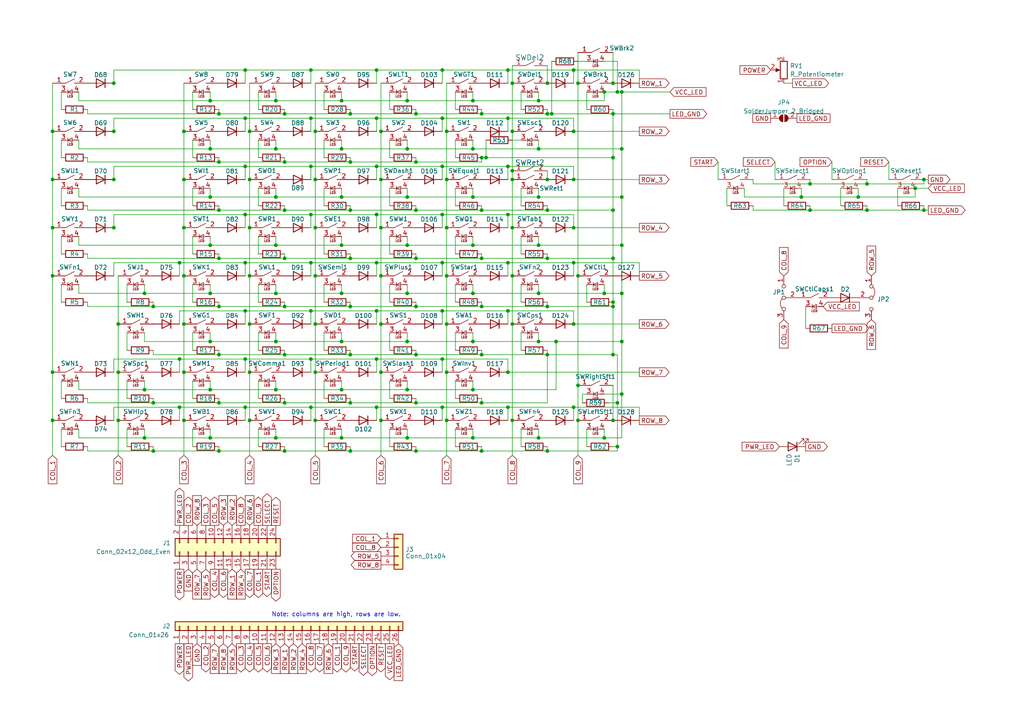
<source format=kicad_sch>
(kicad_sch (version 20230121) (generator eeschema)
  (paper "A4")
  (title_block (title "Decent XE Keyboard") (date "2023-08-01") (rev "14") (company "Decent Consulting"))
  (junction (at 158.75 102.87))
  (junction (at 128.27 48.26))
  (junction (at 63.5 88.9))
  (junction (at 99.06 113.03))
  (junction (at 82.55 60.96))
  (junction (at 80.01 113.03))
  (junction (at 267.97 52.07))
  (junction (at 60.96 57.15))
  (junction (at 110.49 93.98))
  (junction (at 91.44 38.1))
  (junction (at 72.39 107.95))
  (junction (at 118.11 85.09))
  (junction (at 177.8 88.9))
  (junction (at 156.21 85.09))
  (junction (at 60.96 71.12))
  (junction (at 99.06 57.15))
  (junction (at 177.8 24.13))
  (junction (at 90.17 62.23))
  (junction (at 110.49 66.04))
  (junction (at 63.5 130.81))
  (junction (at 148.59 121.92))
  (junction (at 80.01 85.09))
  (junction (at 33.02 24.13))
  (junction (at 109.22 48.26))
  (junction (at 99.06 127))
  (junction (at 166.37 93.98))
  (junction (at 118.11 113.03))
  (junction (at 267.97 60.96))
  (junction (at 129.54 38.1))
  (junction (at 180.34 114.3))
  (junction (at 101.6 33.02))
  (junction (at 147.32 118.11))
  (junction (at 129.54 121.92))
  (junction (at 101.6 116.84))
  (junction (at 53.34 80.01))
  (junction (at 101.6 74.93))
  (junction (at 109.22 76.2))
  (junction (at 101.6 102.87))
  (junction (at 139.7 74.93))
  (junction (at 129.54 80.01))
  (junction (at 110.49 107.95))
  (junction (at 156.21 71.12))
  (junction (at 52.07 104.14))
  (junction (at 109.22 90.17))
  (junction (at 139.7 116.84))
  (junction (at 15.24 52.07))
  (junction (at 158.75 52.07))
  (junction (at 41.91 113.03))
  (junction (at 118.11 99.06))
  (junction (at 156.21 57.15))
  (junction (at 44.45 116.84))
  (junction (at 177.8 74.93))
  (junction (at 109.22 104.14))
  (junction (at 44.45 88.9))
  (junction (at 251.46 53.34))
  (junction (at 72.39 121.92))
  (junction (at 101.6 88.9))
  (junction (at 53.34 38.1))
  (junction (at 82.55 74.93))
  (junction (at 60.96 43.18))
  (junction (at 180.34 71.12))
  (junction (at 156.21 127))
  (junction (at 91.44 80.01))
  (junction (at 147.32 34.29))
  (junction (at 167.64 24.13))
  (junction (at 91.44 66.04))
  (junction (at 80.01 57.15))
  (junction (at 129.54 66.04))
  (junction (at 110.49 38.1))
  (junction (at 53.34 107.95))
  (junction (at 52.07 76.2))
  (junction (at 166.37 20.32))
  (junction (at 82.55 116.84))
  (junction (at 72.39 38.1))
  (junction (at 120.65 46.99))
  (junction (at 90.17 76.2))
  (junction (at 167.64 121.92))
  (junction (at 167.64 111.76))
  (junction (at 166.37 38.1))
  (junction (at 82.55 88.9))
  (junction (at 177.8 60.96))
  (junction (at 248.92 57.15))
  (junction (at 139.7 88.9))
  (junction (at 166.37 76.2))
  (junction (at 129.54 52.07))
  (junction (at 53.34 93.98))
  (junction (at 90.17 118.11))
  (junction (at 71.12 48.26))
  (junction (at 109.22 20.32))
  (junction (at 148.59 80.01))
  (junction (at 33.02 52.07))
  (junction (at 158.75 130.81))
  (junction (at 110.49 52.07))
  (junction (at 148.59 52.07))
  (junction (at 180.34 99.06))
  (junction (at 71.12 76.2))
  (junction (at 34.29 93.98))
  (junction (at 71.12 62.23))
  (junction (at 63.5 33.02))
  (junction (at 180.34 85.09))
  (junction (at 120.65 102.87))
  (junction (at 60.96 85.09))
  (junction (at 128.27 34.29))
  (junction (at 156.21 99.06))
  (junction (at 166.37 52.07))
  (junction (at 177.8 87.63))
  (junction (at 120.65 130.81))
  (junction (at 148.59 38.1))
  (junction (at 99.06 99.06))
  (junction (at 166.37 118.11))
  (junction (at 175.26 26.67))
  (junction (at 15.24 121.92))
  (junction (at 82.55 102.87))
  (junction (at 63.5 46.99))
  (junction (at 158.75 88.9))
  (junction (at 147.32 20.32))
  (junction (at 101.6 46.99))
  (junction (at 33.02 38.1))
  (junction (at 63.5 74.93))
  (junction (at 139.7 45.72))
  (junction (at 166.37 66.04))
  (junction (at 175.26 127))
  (junction (at 137.16 57.15))
  (junction (at 71.12 90.17))
  (junction (at 63.5 116.84))
  (junction (at 60.96 113.03))
  (junction (at 118.11 43.18))
  (junction (at 118.11 71.12))
  (junction (at 82.55 46.99))
  (junction (at 60.96 29.21))
  (junction (at 137.16 127))
  (junction (at 158.75 24.13))
  (junction (at 52.07 118.11))
  (junction (at 91.44 107.95))
  (junction (at 147.32 107.95))
  (junction (at 139.7 33.02))
  (junction (at 161.29 99.06))
  (junction (at 177.8 33.02))
  (junction (at 60.96 127))
  (junction (at 80.01 99.06))
  (junction (at 60.96 99.06))
  (junction (at 120.65 116.84))
  (junction (at 71.12 34.29))
  (junction (at 179.07 26.67))
  (junction (at 177.8 45.72))
  (junction (at 139.7 60.96))
  (junction (at 179.07 116.84))
  (junction (at 15.24 80.01))
  (junction (at 72.39 52.07))
  (junction (at 128.27 104.14))
  (junction (at 99.06 85.09))
  (junction (at 177.8 102.87))
  (junction (at 71.12 118.11))
  (junction (at 148.59 24.13))
  (junction (at 158.75 60.96))
  (junction (at 101.6 60.96))
  (junction (at 128.27 62.23))
  (junction (at 33.02 66.04))
  (junction (at 148.59 66.04))
  (junction (at 129.54 93.98))
  (junction (at 156.21 43.18))
  (junction (at 99.06 71.12))
  (junction (at 137.16 85.09))
  (junction (at 34.29 121.92))
  (junction (at 129.54 107.95))
  (junction (at 110.49 121.92))
  (junction (at 128.27 20.32))
  (junction (at 90.17 20.32))
  (junction (at 109.22 62.23))
  (junction (at 156.21 29.21))
  (junction (at 41.91 85.09))
  (junction (at 110.49 80.01))
  (junction (at 15.24 107.95))
  (junction (at 72.39 66.04))
  (junction (at 109.22 118.11))
  (junction (at 177.8 121.92))
  (junction (at 53.34 121.92))
  (junction (at 90.17 48.26))
  (junction (at 90.17 34.29))
  (junction (at 180.34 43.18))
  (junction (at 147.32 48.26))
  (junction (at 179.07 129.54))
  (junction (at 139.7 130.81))
  (junction (at 72.39 80.01))
  (junction (at 82.55 33.02))
  (junction (at 63.5 102.87))
  (junction (at 139.7 102.87))
  (junction (at 80.01 127))
  (junction (at 99.06 29.21))
  (junction (at 180.34 57.15))
  (junction (at 137.16 99.06))
  (junction (at 148.59 93.98))
  (junction (at 118.11 57.15))
  (junction (at 147.32 76.2))
  (junction (at 118.11 29.21))
  (junction (at 53.34 66.04))
  (junction (at 80.01 43.18))
  (junction (at 71.12 104.14))
  (junction (at 120.65 60.96))
  (junction (at 148.59 49.53))
  (junction (at 158.75 33.02))
  (junction (at 82.55 130.81))
  (junction (at 44.45 130.81))
  (junction (at 99.06 43.18))
  (junction (at 63.5 60.96))
  (junction (at 175.26 85.09))
  (junction (at 90.17 90.17))
  (junction (at 251.46 60.96))
  (junction (at 15.24 38.1))
  (junction (at 120.65 74.93))
  (junction (at 91.44 93.98))
  (junction (at 158.75 74.93))
  (junction (at 128.27 90.17))
  (junction (at 180.34 26.67))
  (junction (at 265.43 54.61))
  (junction (at 160.02 33.02))
  (junction (at 167.64 80.01))
  (junction (at 80.01 71.12))
  (junction (at 137.16 71.12))
  (junction (at 137.16 29.21))
  (junction (at 147.32 62.23))
  (junction (at 91.44 121.92))
  (junction (at 120.65 33.02))
  (junction (at 147.32 90.17))
  (junction (at 101.6 130.81))
  (junction (at 120.65 88.9))
  (junction (at 234.95 60.96))
  (junction (at 140.97 45.72))
  (junction (at 232.41 57.15))
  (junction (at 128.27 76.2))
  (junction (at 234.95 53.34))
  (junction (at 80.01 29.21))
  (junction (at 109.22 34.29))
  (junction (at 71.12 20.32))
  (junction (at 15.24 66.04))
  (junction (at 137.16 113.03))
  (junction (at 90.17 104.14))
  (junction (at 34.29 107.95))
  (junction (at 41.91 127))
  (junction (at 91.44 52.07))
  (junction (at 53.34 52.07))
  (junction (at 118.11 127))
  (junction (at 128.27 118.11))
  (junction (at 72.39 93.98))
  (junction (at 137.16 43.18))
  (wire (pts (xy 99.06 127) (xy 99.06 124.46)))
  (wire (pts (xy 139.7 101.6) (xy 139.7 102.87)))
  (wire (pts (xy 137.16 57.15) (xy 137.16 54.61)))
  (wire (pts (xy 158.75 129.54) (xy 158.75 130.81)))
  (wire (pts (xy 166.37 118.11) (xy 166.37 121.92)))
  (wire (pts (xy 101.6 60.96) (xy 101.6 59.69)))
  (wire (pts (xy 167.64 17.78) (xy 170.18 17.78)))
  (wire (pts (xy 71.12 90.17) (xy 71.12 93.98)))
  (wire (pts (xy 60.96 127) (xy 41.91 127)))
  (wire (pts (xy 109.22 90.17) (xy 109.22 93.98)))
  (wire (pts (xy 90.17 62.23) (xy 90.17 66.04)))
  (wire (pts (xy 148.59 80.01) (xy 148.59 93.98)))
  (wire (pts (xy 90.17 62.23) (xy 109.22 62.23)))
  (wire (pts (xy 22.86 71.12) (xy 22.86 68.58)))
  (wire (pts (xy 260.35 54.61) (xy 260.35 59.69)))
  (wire (pts (xy 52.07 76.2) (xy 71.12 76.2)))
  (wire (pts (xy 137.16 43.18) (xy 156.21 43.18)))
  (wire (pts (xy 93.98 40.64) (xy 93.98 45.72)))
  (wire (pts (xy 167.64 121.92) (xy 167.64 132.08)))
  (wire (pts (xy 60.96 29.21) (xy 60.96 26.67)))
  (wire (pts (xy 118.11 85.09) (xy 99.06 85.09)))
  (wire (pts (xy 60.96 43.18) (xy 60.96 40.64)))
  (wire (pts (xy 33.02 34.29) (xy 71.12 34.29)))
  (wire (pts (xy 91.44 121.92) (xy 91.44 132.08)))
  (wire (pts (xy 52.07 104.14) (xy 52.07 107.95)))
  (wire (pts (xy 118.11 82.55) (xy 118.11 85.09)))
  (wire (pts (xy 22.86 85.09) (xy 22.86 82.55)))
  (wire (pts (xy 180.34 57.15) (xy 156.21 57.15)))
  (wire (pts (xy 41.91 99.06) (xy 41.91 96.52)))
  (wire (pts (xy 179.07 26.67) (xy 175.26 26.67)))
  (wire (pts (xy 63.5 130.81) (xy 63.5 129.54)))
  (wire (pts (xy 34.29 121.92) (xy 34.29 132.08)))
  (wire (pts (xy 180.34 85.09) (xy 180.34 99.06)))
  (wire (pts (xy 179.07 116.84) (xy 179.07 102.87)))
  (wire (pts (xy 25.4 60.96) (xy 63.5 60.96)))
  (wire (pts (xy 60.96 57.15) (xy 22.86 57.15)))
  (wire (pts (xy 90.17 34.29) (xy 109.22 34.29)))
  (wire (pts (xy 63.5 88.9) (xy 44.45 88.9)))
  (wire (pts (xy 118.11 85.09) (xy 137.16 85.09)))
  (wire (pts (xy 148.59 24.13) (xy 148.59 38.1)))
  (wire (pts (xy 52.07 76.2) (xy 52.07 80.01)))
  (wire (pts (xy 120.65 115.57) (xy 120.65 116.84)))
  (wire (pts (xy 80.01 57.15) (xy 60.96 57.15)))
  (wire (pts (xy 33.02 80.01) (xy 33.02 76.2)))
  (wire (pts (xy 22.86 43.18) (xy 22.86 40.64)))
  (wire (pts (xy 99.06 29.21) (xy 99.06 26.67)))
  (wire (pts (xy 33.02 48.26) (xy 71.12 48.26)))
  (wire (pts (xy 82.55 102.87) (xy 82.55 101.6)))
  (wire (pts (xy 139.7 60.96) (xy 158.75 60.96)))
  (wire (pts (xy 41.91 113.03) (xy 22.86 113.03)))
  (wire (pts (xy 179.07 17.78) (xy 175.26 17.78)))
  (wire (pts (xy 148.59 66.04) (xy 148.59 80.01)))
  (wire (pts (xy 147.32 48.26) (xy 166.37 48.26)))
  (wire (pts (xy 147.32 20.32) (xy 166.37 20.32)))
  (wire (pts (xy 33.02 52.07) (xy 33.02 48.26)))
  (wire (pts (xy 185.42 118.11) (xy 185.42 121.92)))
  (wire (pts (xy 27.94 52.07) (xy 33.02 52.07)))
  (wire (pts (xy 234.95 53.34) (xy 251.46 53.34)))
  (wire (pts (xy 147.32 118.11) (xy 147.32 121.92)))
  (wire (pts (xy 139.7 46.99) (xy 139.7 45.72)))
  (wire (pts (xy 99.06 43.18) (xy 99.06 40.64)))
  (wire (pts (xy 55.88 26.67) (xy 55.88 31.75)))
  (wire (pts (xy 101.6 33.02) (xy 120.65 33.02)))
  (wire (pts (xy 71.12 62.23) (xy 90.17 62.23)))
  (wire (pts (xy 118.11 29.21) (xy 118.11 26.67)))
  (wire (pts (xy 22.86 127) (xy 22.86 124.46)))
  (wire (pts (xy 72.39 24.13) (xy 72.39 38.1)))
  (wire (pts (xy 118.11 71.12) (xy 137.16 71.12)))
  (wire (pts (xy 120.65 33.02) (xy 139.7 33.02)))
  (wire (pts (xy 120.65 31.75) (xy 120.65 33.02)))
  (wire (pts (xy 71.12 62.23) (xy 71.12 66.04)))
  (wire (pts (xy 63.5 33.02) (xy 25.4 33.02)))
  (wire (pts (xy 156.21 124.46) (xy 156.21 127)))
  (wire (pts (xy 80.01 43.18) (xy 60.96 43.18)))
  (wire (pts (xy 93.98 54.61) (xy 93.98 59.69)))
  (wire (pts (xy 137.16 110.49) (xy 137.16 113.03)))
  (wire (pts (xy 71.12 34.29) (xy 71.12 38.1)))
  (wire (pts (xy 93.98 96.52) (xy 93.98 101.6)))
  (wire (pts (xy 132.08 68.58) (xy 132.08 73.66)))
  (wire (pts (xy 128.27 48.26) (xy 128.27 52.07)))
  (wire (pts (xy 167.64 80.01) (xy 167.64 111.76)))
  (wire (pts (xy 129.54 52.07) (xy 129.54 66.04)))
  (wire (pts (xy 55.88 40.64) (xy 55.88 45.72)))
  (wire (pts (xy 158.75 74.93) (xy 177.8 74.93)))
  (wire (pts (xy 74.93 54.61) (xy 74.93 59.69)))
  (wire (pts (xy 139.7 33.02) (xy 158.75 33.02)))
  (wire (pts (xy 128.27 76.2) (xy 128.27 80.01)))
  (wire (pts (xy 166.37 90.17) (xy 166.37 93.98)))
  (wire (pts (xy 137.16 71.12) (xy 137.16 68.58)))
  (wire (pts (xy 74.93 26.67) (xy 74.93 31.75)))
  (wire (pts (xy 257.81 46.99) (xy 257.81 52.07)))
  (wire (pts (xy 218.44 53.34) (xy 234.95 53.34)))
  (wire (pts (xy 71.12 20.32) (xy 90.17 20.32)))
  (wire (pts (xy 34.29 107.95) (xy 34.29 121.92)))
  (wire (pts (xy 120.65 102.87) (xy 139.7 102.87)))
  (wire (pts (xy 140.97 45.72) (xy 177.8 45.72)))
  (wire (pts (xy 161.29 113.03) (xy 161.29 99.06)))
  (wire (pts (xy 156.21 127) (xy 175.26 127)))
  (wire (pts (xy 99.06 71.12) (xy 80.01 71.12)))
  (wire (pts (xy 137.16 57.15) (xy 118.11 57.15)))
  (wire (pts (xy 27.94 38.1) (xy 33.02 38.1)))
  (wire (pts (xy 60.96 113.03) (xy 41.91 113.03)))
  (wire (pts (xy 63.5 60.96) (xy 63.5 59.69)))
  (wire (pts (xy 156.21 29.21) (xy 156.21 26.67)))
  (wire (pts (xy 180.34 71.12) (xy 156.21 71.12)))
  (wire (pts (xy 137.16 43.18) (xy 118.11 43.18)))
  (wire (pts (xy 60.96 57.15) (xy 60.96 54.61)))
  (wire (pts (xy 179.07 17.78) (xy 179.07 26.67)))
  (wire (pts (xy 139.7 130.81) (xy 120.65 130.81)))
  (wire (pts (xy 90.17 104.14) (xy 90.17 107.95)))
  (wire (pts (xy 82.55 130.81) (xy 82.55 129.54)))
  (wire (pts (xy 158.75 19.05) (xy 158.75 24.13)))
  (wire (pts (xy 158.75 60.96) (xy 158.75 59.69)))
  (wire (pts (xy 15.24 107.95) (xy 15.24 121.92)))
  (wire (pts (xy 25.4 33.02) (xy 25.4 31.75)))
  (wire (pts (xy 63.5 46.99) (xy 63.5 45.72)))
  (wire (pts (xy 109.22 104.14) (xy 128.27 104.14)))
  (wire (pts (xy 53.34 93.98) (xy 53.34 107.95)))
  (wire (pts (xy 63.5 102.87) (xy 44.45 102.87)))
  (wire (pts (xy 158.75 33.02) (xy 160.02 33.02)))
  (wire (pts (xy 140.97 40.64) (xy 140.97 45.72)))
  (wire (pts (xy 166.37 93.98) (xy 185.42 93.98)))
  (wire (pts (xy 15.24 38.1) (xy 15.24 52.07)))
  (wire (pts (xy 267.97 59.69) (xy 267.97 60.96)))
  (wire (pts (xy 147.32 76.2) (xy 166.37 76.2)))
  (wire (pts (xy 158.75 102.87) (xy 158.75 116.84)))
  (wire (pts (xy 99.06 85.09) (xy 80.01 85.09)))
  (wire (pts (xy 110.49 93.98) (xy 110.49 107.95)))
  (wire (pts (xy 90.17 20.32) (xy 90.17 24.13)))
  (wire (pts (xy 33.02 66.04) (xy 33.02 62.23)))
  (wire (pts (xy 41.91 127) (xy 22.86 127)))
  (wire (pts (xy 132.08 124.46) (xy 132.08 129.54)))
  (wire (pts (xy 93.98 110.49) (xy 93.98 115.57)))
  (wire (pts (xy 137.16 96.52) (xy 137.16 99.06)))
  (wire (pts (xy 132.08 82.55) (xy 132.08 87.63)))
  (wire (pts (xy 80.01 29.21) (xy 80.01 26.67)))
  (wire (pts (xy 251.46 53.34) (xy 251.46 52.07)))
  (wire (pts (xy 60.96 85.09) (xy 41.91 85.09)))
  (wire (pts (xy 120.65 74.93) (xy 139.7 74.93)))
  (wire (pts (xy 33.02 20.32) (xy 71.12 20.32)))
  (wire (pts (xy 148.59 38.1) (xy 148.59 49.53)))
  (wire (pts (xy 147.32 48.26) (xy 147.32 52.07)))
  (wire (pts (xy 99.06 113.03) (xy 80.01 113.03)))
  (wire (pts (xy 129.54 121.92) (xy 129.54 132.08)))
  (wire (pts (xy 118.11 57.15) (xy 118.11 54.61)))
  (wire (pts (xy 91.44 38.1) (xy 91.44 52.07)))
  (wire (pts (xy 180.34 26.67) (xy 180.34 43.18)))
  (wire (pts (xy 128.27 76.2) (xy 147.32 76.2)))
  (wire (pts (xy 60.96 71.12) (xy 60.96 68.58)))
  (wire (pts (xy 60.96 99.06) (xy 60.96 96.52)))
  (wire (pts (xy 128.27 20.32) (xy 128.27 24.13)))
  (wire (pts (xy 175.26 29.21) (xy 156.21 29.21)))
  (wire (pts (xy 82.55 45.72) (xy 82.55 46.99)))
  (wire (pts (xy 71.12 34.29) (xy 90.17 34.29)))
  (wire (pts (xy 180.34 71.12) (xy 180.34 85.09)))
  (wire (pts (xy 151.13 68.58) (xy 151.13 73.66)))
  (wire (pts (xy 113.03 68.58) (xy 113.03 73.66)))
  (wire (pts (xy 63.5 116.84) (xy 44.45 116.84)))
  (wire (pts (xy 128.27 118.11) (xy 128.27 121.92)))
  (wire (pts (xy 60.96 71.12) (xy 22.86 71.12)))
  (wire (pts (xy 41.91 127) (xy 41.91 124.46)))
  (wire (pts (xy 129.54 66.04) (xy 129.54 80.01)))
  (wire (pts (xy 166.37 52.07) (xy 185.42 52.07)))
  (wire (pts (xy 156.21 43.18) (xy 156.21 40.64)))
  (wire (pts (xy 120.65 73.66) (xy 120.65 74.93)))
  (wire (pts (xy 166.37 48.26) (xy 166.37 52.07)))
  (wire (pts (xy 137.16 99.06) (xy 156.21 99.06)))
  (wire (pts (xy 118.11 127) (xy 99.06 127)))
  (wire (pts (xy 80.01 127) (xy 60.96 127)))
  (wire (pts (xy 25.4 130.81) (xy 25.4 129.54)))
  (wire (pts (xy 156.21 85.09) (xy 175.26 85.09)))
  (wire (pts (xy 158.75 102.87) (xy 158.75 101.6)))
  (wire (pts (xy 118.11 43.18) (xy 99.06 43.18)))
  (wire (pts (xy 101.6 74.93) (xy 101.6 73.66)))
  (wire (pts (xy 15.24 80.01) (xy 15.24 107.95)))
  (wire (pts (xy 90.17 90.17) (xy 90.17 93.98)))
  (wire (pts (xy 44.45 88.9) (xy 44.45 87.63)))
  (wire (pts (xy 99.06 113.03) (xy 99.06 110.49)))
  (wire (pts (xy 137.16 40.64) (xy 137.16 43.18)))
  (wire (pts (xy 53.34 66.04) (xy 53.34 80.01)))
  (wire (pts (xy 91.44 52.07) (xy 91.44 66.04)))
  (wire (pts (xy 109.22 76.2) (xy 109.22 80.01)))
  (wire (pts (xy 63.5 33.02) (xy 63.5 31.75)))
  (wire (pts (xy 137.16 113.03) (xy 161.29 113.03)))
  (wire (pts (xy 120.65 102.87) (xy 101.6 102.87)))
  (wire (pts (xy 91.44 107.95) (xy 91.44 121.92)))
  (wire (pts (xy 137.16 71.12) (xy 156.21 71.12)))
  (wire (pts (xy 147.32 90.17) (xy 147.32 93.98)))
  (wire (pts (xy 128.27 104.14) (xy 147.32 104.14)))
  (wire (pts (xy 74.93 82.55) (xy 74.93 87.63)))
  (wire (pts (xy 25.4 46.99) (xy 25.4 45.72)))
  (wire (pts (xy 132.08 96.52) (xy 132.08 101.6)))
  (wire (pts (xy 17.78 82.55) (xy 17.78 87.63)))
  (wire (pts (xy 129.54 80.01) (xy 129.54 93.98)))
  (wire (pts (xy 101.6 46.99) (xy 101.6 45.72)))
  (wire (pts (xy 90.17 104.14) (xy 109.22 104.14)))
  (wire (pts (xy 166.37 62.23) (xy 166.37 66.04)))
  (wire (pts (xy 90.17 76.2) (xy 90.17 80.01)))
  (wire (pts (xy 82.55 130.81) (xy 63.5 130.81)))
  (wire (pts (xy 113.03 110.49) (xy 113.03 115.57)))
  (wire (pts (xy 180.34 127) (xy 175.26 127)))
  (wire (pts (xy 139.7 102.87) (xy 158.75 102.87)))
  (wire (pts (xy 74.93 96.52) (xy 74.93 101.6)))
  (wire (pts (xy 118.11 71.12) (xy 99.06 71.12)))
  (wire (pts (xy 148.59 121.92) (xy 148.59 132.08)))
  (wire (pts (xy 27.94 66.04) (xy 33.02 66.04)))
  (wire (pts (xy 82.55 88.9) (xy 63.5 88.9)))
  (wire (pts (xy 128.27 20.32) (xy 147.32 20.32)))
  (wire (pts (xy 44.45 130.81) (xy 25.4 130.81)))
  (wire (pts (xy 82.55 116.84) (xy 82.55 115.57)))
  (wire (pts (xy 99.06 99.06) (xy 99.06 96.52)))
  (wire (pts (xy 215.9 54.61) (xy 215.9 57.15)))
  (wire (pts (xy 166.37 66.04) (xy 185.42 66.04)))
  (wire (pts (xy 99.06 85.09) (xy 99.06 82.55)))
  (wire (pts (xy 180.34 57.15) (xy 180.34 71.12)))
  (wire (pts (xy 15.24 52.07) (xy 15.24 66.04)))
  (wire (pts (xy 177.8 88.9) (xy 177.8 87.63)))
  (wire (pts (xy 101.6 88.9) (xy 101.6 87.63)))
  (wire (pts (xy 265.43 54.61) (xy 269.24 54.61)))
  (wire (pts (xy 137.16 127) (xy 137.16 124.46)))
  (wire (pts (xy 53.34 121.92) (xy 53.34 132.08)))
  (wire (pts (xy 210.82 54.61) (xy 210.82 59.69)))
  (wire (pts (xy 180.34 26.67) (xy 194.31 26.67)))
  (wire (pts (xy 101.6 130.81) (xy 82.55 130.81)))
  (wire (pts (xy 158.75 130.81) (xy 139.7 130.81)))
  (wire (pts (xy 27.94 24.13) (xy 33.02 24.13)))
  (wire (pts (xy 71.12 104.14) (xy 71.12 107.95)))
  (wire (pts (xy 33.02 121.92) (xy 33.02 118.11)))
  (wire (pts (xy 170.18 114.3) (xy 168.91 114.3)))
  (wire (pts (xy 82.55 60.96) (xy 101.6 60.96)))
  (wire (pts (xy 36.83 96.52) (xy 36.83 101.6)))
  (wire (pts (xy 128.27 90.17) (xy 147.32 90.17)))
  (wire (pts (xy 241.3 46.99) (xy 241.3 52.07)))
  (wire (pts (xy 128.27 118.11) (xy 147.32 118.11)))
  (wire (pts (xy 118.11 99.06) (xy 99.06 99.06)))
  (wire (pts (xy 53.34 24.13) (xy 53.34 38.1)))
  (wire (pts (xy 72.39 93.98) (xy 72.39 107.95)))
  (wire (pts (xy 63.5 130.81) (xy 44.45 130.81)))
  (wire (pts (xy 52.07 93.98) (xy 52.07 90.17)))
  (wire (pts (xy 15.24 66.04) (xy 15.24 80.01)))
  (wire (pts (xy 82.55 74.93) (xy 82.55 73.66)))
  (wire (pts (xy 109.22 20.32) (xy 109.22 24.13)))
  (wire (pts (xy 234.95 60.96) (xy 234.95 59.69)))
  (wire (pts (xy 109.22 20.32) (xy 128.27 20.32)))
  (wire (pts (xy 168.91 114.3) (xy 168.91 116.84)))
  (wire (pts (xy 118.11 127) (xy 118.11 124.46)))
  (wire (pts (xy 128.27 104.14) (xy 128.27 107.95)))
  (wire (pts (xy 170.18 26.67) (xy 170.18 31.75)))
  (wire (pts (xy 71.12 20.32) (xy 71.12 24.13)))
  (wire (pts (xy 74.93 110.49) (xy 74.93 115.57)))
  (wire (pts (xy 36.83 124.46) (xy 36.83 129.54)))
  (wire (pts (xy 118.11 57.15) (xy 99.06 57.15)))
  (wire (pts (xy 74.93 40.64) (xy 74.93 45.72)))
  (wire (pts (xy 139.7 45.72) (xy 140.97 45.72)))
  (wire (pts (xy 110.49 66.04) (xy 110.49 80.01)))
  (wire (pts (xy 25.4 116.84) (xy 25.4 115.57)))
  (wire (pts (xy 55.88 68.58) (xy 55.88 73.66)))
  (wire (pts (xy 15.24 121.92) (xy 15.24 132.08)))
  (wire (pts (xy 99.06 127) (xy 80.01 127)))
  (wire (pts (xy 72.39 66.04) (xy 72.39 80.01)))
  (wire (pts (xy 93.98 82.55) (xy 93.98 87.63)))
  (wire (pts (xy 113.03 96.52) (xy 113.03 101.6)))
  (wire (pts (xy 22.86 29.21) (xy 22.86 26.67)))
  (wire (pts (xy 139.7 115.57) (xy 139.7 116.84)))
  (wire (pts (xy 17.78 110.49) (xy 17.78 115.57)))
  (wire (pts (xy 113.03 26.67) (xy 113.03 31.75)))
  (wire (pts (xy 120.65 74.93) (xy 101.6 74.93)))
  (wire (pts (xy 55.88 110.49) (xy 55.88 115.57)))
  (wire (pts (xy 60.96 127) (xy 60.96 124.46)))
  (wire (pts (xy 110.49 121.92) (xy 110.49 132.08)))
  (wire (pts (xy 55.88 124.46) (xy 55.88 129.54)))
  (wire (pts (xy 72.39 121.92) (xy 72.39 132.08)))
  (wire (pts (xy 156.21 127) (xy 137.16 127)))
  (wire (pts (xy 82.55 74.93) (xy 63.5 74.93)))
  (wire (pts (xy 80.01 71.12) (xy 80.01 68.58)))
  (wire (pts (xy 147.32 34.29) (xy 147.32 38.1)))
  (wire (pts (xy 176.53 116.84) (xy 179.07 116.84)))
  (wire (pts (xy 109.22 48.26) (xy 109.22 52.07)))
  (wire (pts (xy 120.65 130.81) (xy 101.6 130.81)))
  (wire (pts (xy 158.75 49.53) (xy 158.75 52.07)))
  (wire (pts (xy 167.64 24.13) (xy 167.64 80.01)))
  (wire (pts (xy 90.17 76.2) (xy 109.22 76.2)))
  (wire (pts (xy 17.78 124.46) (xy 17.78 129.54)))
  (wire (pts (xy 44.45 116.84) (xy 44.45 115.57)))
  (wire (pts (xy 170.18 124.46) (xy 170.18 129.54)))
  (wire (pts (xy 118.11 96.52) (xy 118.11 99.06)))
  (wire (pts (xy 132.08 54.61) (xy 132.08 59.69)))
  (wire (pts (xy 265.43 57.15) (xy 265.43 54.61)))
  (wire (pts (xy 110.49 52.07) (xy 110.49 66.04)))
  (wire (pts (xy 185.42 107.95) (xy 147.32 107.95)))
  (wire (pts (xy 132.08 26.67) (xy 132.08 31.75)))
  (wire (pts (xy 137.16 29.21) (xy 137.16 26.67)))
  (wire (pts (xy 151.13 82.55) (xy 151.13 87.63)))
  (wire (pts (xy 175.26 26.67) (xy 175.26 29.21)))
  (wire (pts (xy 158.75 74.93) (xy 158.75 73.66)))
  (wire (pts (xy 139.7 116.84) (xy 158.75 116.84)))
  (wire (pts (xy 251.46 60.96) (xy 234.95 60.96)))
  (wire (pts (xy 148.59 93.98) (xy 148.59 121.92)))
  (wire (pts (xy 101.6 116.84) (xy 101.6 115.57)))
  (wire (pts (xy 151.13 54.61) (xy 151.13 59.69)))
  (wire (pts (xy 248.92 57.15) (xy 265.43 57.15)))
  (wire (pts (xy 33.02 76.2) (xy 52.07 76.2)))
  (wire (pts (xy 118.11 29.21) (xy 99.06 29.21)))
  (wire (pts (xy 175.26 85.09) (xy 180.34 85.09)))
  (wire (pts (xy 147.32 34.29) (xy 166.37 34.29)))
  (wire (pts (xy 74.93 68.58) (xy 74.93 73.66)))
  (wire (pts (xy 120.65 116.84) (xy 139.7 116.84)))
  (wire (pts (xy 120.65 101.6) (xy 120.65 102.87)))
  (wire (pts (xy 90.17 118.11) (xy 109.22 118.11)))
  (wire (pts (xy 158.75 87.63) (xy 158.75 88.9)))
  (wire (pts (xy 99.06 99.06) (xy 80.01 99.06)))
  (wire (pts (xy 72.39 38.1) (xy 72.39 52.07)))
  (wire (pts (xy 71.12 118.11) (xy 71.12 121.92)))
  (wire (pts (xy 99.06 29.21) (xy 80.01 29.21)))
  (wire (pts (xy 60.96 29.21) (xy 22.86 29.21)))
  (wire (pts (xy 25.4 59.69) (xy 25.4 60.96)))
  (wire (pts (xy 25.4 88.9) (xy 25.4 87.63)))
  (wire (pts (xy 44.45 130.81) (xy 44.45 129.54)))
  (wire (pts (xy 139.7 33.02) (xy 139.7 31.75)))
  (wire (pts (xy 80.01 85.09) (xy 80.01 82.55)))
  (wire (pts (xy 147.32 90.17) (xy 166.37 90.17)))
  (wire (pts (xy 71.12 48.26) (xy 90.17 48.26)))
  (wire (pts (xy 118.11 68.58) (xy 118.11 71.12)))
  (wire (pts (xy 80.01 71.12) (xy 60.96 71.12)))
  (wire (pts (xy 267.97 53.34) (xy 251.46 53.34)))
  (wire (pts (xy 179.07 102.87) (xy 177.8 102.87)))
  (wire (pts (xy 93.98 26.67) (xy 93.98 31.75)))
  (wire (pts (xy 179.07 130.81) (xy 179.07 129.54)))
  (wire (pts (xy 170.18 82.55) (xy 170.18 87.63)))
  (wire (pts (xy 80.01 43.18) (xy 80.01 40.64)))
  (wire (pts (xy 120.65 116.84) (xy 101.6 116.84)))
  (wire (pts (xy 139.7 130.81) (xy 139.7 129.54)))
  (wire (pts (xy 128.27 90.17) (xy 128.27 93.98)))
  (wire (pts (xy 80.01 127) (xy 80.01 124.46)))
  (wire (pts (xy 118.11 113.03) (xy 118.11 110.49)))
  (wire (pts (xy 63.5 74.93) (xy 63.5 73.66)))
  (wire (pts (xy 101.6 31.75) (xy 101.6 33.02)))
  (wire (pts (xy 101.6 74.93) (xy 82.55 74.93)))
  (wire (pts (xy 44.45 88.9) (xy 25.4 88.9)))
  (wire (pts (xy 110.49 80.01) (xy 110.49 93.98)))
  (wire (pts (xy 101.6 116.84) (xy 82.55 116.84)))
  (wire (pts (xy 151.13 96.52) (xy 151.13 101.6)))
  (wire (pts (xy 177.8 33.02) (xy 177.8 45.72)))
  (wire (pts (xy 156.21 57.15) (xy 137.16 57.15)))
  (wire (pts (xy 166.37 118.11) (xy 185.42 118.11)))
  (wire (pts (xy 109.22 48.26) (xy 128.27 48.26)))
  (wire (pts (xy 251.46 60.96) (xy 251.46 59.69)))
  (wire (pts (xy 232.41 54.61) (xy 232.41 57.15)))
  (wire (pts (xy 234.95 52.07) (xy 234.95 53.34)))
  (wire (pts (xy 72.39 52.07) (xy 72.39 66.04)))
  (wire (pts (xy 71.12 104.14) (xy 90.17 104.14)))
  (wire (pts (xy 110.49 24.13) (xy 110.49 38.1)))
  (wire (pts (xy 215.9 57.15) (xy 232.41 57.15)))
  (wire (pts (xy 63.5 74.93) (xy 25.4 74.93)))
  (wire (pts (xy 109.22 90.17) (xy 128.27 90.17)))
  (wire (pts (xy 80.01 85.09) (xy 60.96 85.09)))
  (wire (pts (xy 101.6 102.87) (xy 101.6 101.6)))
  (wire (pts (xy 156.21 29.21) (xy 137.16 29.21)))
  (wire (pts (xy 158.75 88.9) (xy 177.8 88.9)))
  (wire (pts (xy 180.34 99.06) (xy 161.29 99.06)))
  (wire (pts (xy 109.22 34.29) (xy 128.27 34.29)))
  (wire (pts (xy 232.41 57.15) (xy 248.92 57.15)))
  (wire (pts (xy 25.4 74.93) (xy 25.4 73.66)))
  (wire (pts (xy 139.7 60.96) (xy 139.7 59.69)))
  (wire (pts (xy 120.65 46.99) (xy 120.65 45.72)))
  (wire (pts (xy 248.92 54.61) (xy 248.92 57.15)))
  (wire (pts (xy 82.55 102.87) (xy 63.5 102.87)))
  (wire (pts (xy 166.37 34.29) (xy 166.37 38.1)))
  (wire (pts (xy 227.33 24.13) (xy 229.87 24.13)))
  (wire (pts (xy 132.08 110.49) (xy 132.08 115.57)))
  (wire (pts (xy 36.83 110.49) (xy 36.83 115.57)))
  (wire (pts (xy 129.54 38.1) (xy 129.54 52.07)))
  (wire (pts (xy 33.02 38.1) (xy 33.02 34.29)))
  (wire (pts (xy 128.27 48.26) (xy 147.32 48.26)))
  (wire (pts (xy 80.01 57.15) (xy 80.01 54.61)))
  (wire (pts (xy 167.64 111.76) (xy 167.64 121.92)))
  (wire (pts (xy 82.55 33.02) (xy 63.5 33.02)))
  (wire (pts (xy 177.8 15.24) (xy 177.8 24.13)))
  (wire (pts (xy 267.97 60.96) (xy 269.24 60.96)))
  (wire (pts (xy 113.03 124.46) (xy 113.03 129.54)))
  (wire (pts (xy 113.03 82.55) (xy 113.03 87.63)))
  (wire (pts (xy 80.01 113.03) (xy 60.96 113.03)))
  (wire (pts (xy 166.37 76.2) (xy 166.37 80.01)))
  (wire (pts (xy 180.34 43.18) (xy 180.34 57.15)))
  (wire (pts (xy 177.8 129.54) (xy 179.07 129.54)))
  (wire (pts (xy 109.22 118.11) (xy 109.22 121.92)))
  (wire (pts (xy 101.6 102.87) (xy 82.55 102.87)))
  (wire (pts (xy 120.65 88.9) (xy 101.6 88.9)))
  (wire (pts (xy 44.45 116.84) (xy 25.4 116.84)))
  (wire (pts (xy 82.55 46.99) (xy 101.6 46.99)))
  (wire (pts (xy 33.02 118.11) (xy 52.07 118.11)))
  (wire (pts (xy 185.42 76.2) (xy 185.42 80.01)))
  (wire (pts (xy 109.22 118.11) (xy 128.27 118.11)))
  (wire (pts (xy 139.7 74.93) (xy 158.75 74.93)))
  (wire (pts (xy 166.37 38.1) (xy 185.42 38.1)))
  (wire (pts (xy 180.34 114.3) (xy 175.26 114.3)))
  (wire (pts (xy 156.21 99.06) (xy 156.21 96.52)))
  (wire (pts (xy 91.44 93.98) (xy 91.44 107.95)))
  (wire (pts (xy 82.55 46.99) (xy 63.5 46.99)))
  (wire (pts (xy 33.02 107.95) (xy 33.02 104.14)))
  (wire (pts (xy 17.78 68.58) (xy 17.78 73.66)))
  (wire (pts (xy 147.32 76.2) (xy 147.32 80.01)))
  (wire (pts (xy 177.8 88.9) (xy 177.8 102.87)))
  (wire (pts (xy 218.44 53.34) (xy 218.44 52.07)))
  (wire (pts (xy 33.02 24.13) (xy 33.02 20.32)))
  (wire (pts (xy 148.59 52.07) (xy 148.59 66.04)))
  (wire (pts (xy 132.08 40.64) (xy 132.08 45.72)))
  (wire (pts (xy 137.16 127) (xy 118.11 127)))
  (wire (pts (xy 71.12 118.11) (xy 90.17 118.11)))
  (wire (pts (xy 90.17 20.32) (xy 109.22 20.32)))
  (wire (pts (xy 148.59 49.53) (xy 148.59 52.07)))
  (wire (pts (xy 101.6 33.02) (xy 82.55 33.02)))
  (wire (pts (xy 167.64 15.24) (xy 167.64 24.13)))
  (wire (pts (xy 99.06 57.15) (xy 99.06 54.61)))
  (wire (pts (xy 137.16 113.03) (xy 118.11 113.03)))
  (wire (pts (xy 22.86 113.03) (xy 22.86 110.49)))
  (wire (pts (xy 63.5 60.96) (xy 82.55 60.96)))
  (wire (pts (xy 224.79 46.99) (xy 224.79 52.07)))
  (wire (pts (xy 118.11 113.03) (xy 99.06 113.03)))
  (wire (pts (xy 147.32 20.32) (xy 147.32 24.13)))
  (wire (pts (xy 55.88 54.61) (xy 55.88 59.69)))
  (wire (pts (xy 158.75 130.81) (xy 179.07 130.81)))
  (wire (pts (xy 177.8 33.02) (xy 194.31 33.02)))
  (wire (pts (xy 99.06 43.18) (xy 80.01 43.18)))
  (wire (pts (xy 82.55 88.9) (xy 82.55 87.63)))
  (wire (pts (xy 208.28 46.99) (xy 208.28 52.07)))
  (wire (pts (xy 166.37 76.2) (xy 185.42 76.2)))
  (wire (pts (xy 118.11 99.06) (xy 137.16 99.06)))
  (wire (pts (xy 33.02 104.14) (xy 52.07 104.14)))
  (wire (pts (xy 91.44 24.13) (xy 91.44 38.1)))
  (wire (pts (xy 101.6 130.81) (xy 101.6 129.54)))
  (wire (pts (xy 161.29 99.06) (xy 156.21 99.06)))
  (wire (pts (xy 147.32 62.23) (xy 166.37 62.23)))
  (wire (pts (xy 267.97 60.96) (xy 251.46 60.96)))
  (wire (pts (xy 109.22 34.29) (xy 109.22 38.1)))
  (wire (pts (xy 137.16 82.55) (xy 137.16 85.09)))
  (wire (pts (xy 101.6 46.99) (xy 120.65 46.99)))
  (wire (pts (xy 90.17 48.26) (xy 109.22 48.26)))
  (wire (pts (xy 90.17 90.17) (xy 109.22 90.17)))
  (wire (pts (xy 218.44 60.96) (xy 218.44 59.69)))
  (wire (pts (xy 113.03 54.61) (xy 113.03 59.69)))
  (wire (pts (xy 63.5 88.9) (xy 63.5 87.63)))
  (wire (pts (xy 166.37 20.32) (xy 166.37 24.13)))
  (wire (pts (xy 227.33 54.61) (xy 227.33 59.69)))
  (wire (pts (xy 120.65 46.99) (xy 139.7 46.99)))
  (wire (pts (xy 91.44 66.04) (xy 91.44 80.01)))
  (wire (pts (xy 139.7 74.93) (xy 139.7 73.66)))
  (wire (pts (xy 175.26 85.09) (xy 175.26 82.55)))
  (wire (pts (xy 80.01 99.06) (xy 80.01 96.52)))
  (wire (pts (xy 15.24 24.13) (xy 15.24 38.1)))
  (wire (pts (xy 151.13 26.67) (xy 151.13 31.75)))
  (wire (pts (xy 17.78 54.61) (xy 17.78 59.69)))
  (wire (pts (xy 151.13 124.46) (xy 151.13 129.54)))
  (wire (pts (xy 139.7 87.63) (xy 139.7 88.9)))
  (wire (pts (xy 60.96 113.03) (xy 60.96 110.49)))
  (wire (pts (xy 53.34 38.1) (xy 53.34 52.07)))
  (wire (pts (xy 80.01 113.03) (xy 80.01 110.49)))
  (wire (pts (xy 243.84 54.61) (xy 243.84 59.69)))
  (wire (pts (xy 63.5 102.87) (xy 63.5 101.6)))
  (wire (pts (xy 158.75 33.02) (xy 158.75 31.75)))
  (wire (pts (xy 175.26 127) (xy 175.26 124.46)))
  (wire (pts (xy 148.59 19.05) (xy 148.59 24.13)))
  (wire (pts (xy 80.01 29.21) (xy 60.96 29.21)))
  (wire (pts (xy 36.83 82.55) (xy 36.83 87.63)))
  (wire (pts (xy 63.5 116.84) (xy 63.5 115.57)))
  (wire (pts (xy 177.8 74.93) (xy 177.8 87.63)))
  (wire (pts (xy 55.88 96.52) (xy 55.88 101.6)))
  (wire (pts (xy 52.07 90.17) (xy 71.12 90.17)))
  (wire (pts (xy 71.12 76.2) (xy 90.17 76.2)))
  (wire (pts (xy 41.91 85.09) (xy 41.91 82.55)))
  (wire (pts (xy 177.8 60.96) (xy 177.8 74.93)))
  (wire (pts (xy 177.8 111.76) (xy 177.8 121.92)))
  (wire (pts (xy 120.65 130.81) (xy 120.65 129.54)))
  (wire (pts (xy 128.27 62.23) (xy 147.32 62.23)))
  (wire (pts (xy 53.34 52.07) (xy 53.34 66.04)))
  (wire (pts (xy 60.96 85.09) (xy 60.96 82.55)))
  (wire (pts (xy 177.8 45.72) (xy 177.8 60.96)))
  (wire (pts (xy 82.55 60.96) (xy 82.55 59.69)))
  (wire (pts (xy 44.45 102.87) (xy 44.45 101.6)))
  (wire (pts (xy 52.07 118.11) (xy 52.07 121.92)))
  (wire (pts (xy 55.88 82.55) (xy 55.88 87.63)))
  (wire (pts (xy 180.34 99.06) (xy 180.34 114.3)))
  (wire (pts (xy 177.8 33.02) (xy 177.8 31.75)))
  (wire (pts (xy 120.65 87.63) (xy 120.65 88.9)))
  (wire (pts (xy 120.65 60.96) (xy 139.7 60.96)))
  (wire (pts (xy 137.16 85.09) (xy 156.21 85.09)))
  (wire (pts (xy 33.02 62.23) (xy 71.12 62.23)))
  (wire (pts (xy 128.27 34.29) (xy 147.32 34.29)))
  (wire (pts (xy 71.12 76.2) (xy 71.12 80.01)))
  (wire (pts (xy 93.98 68.58) (xy 93.98 73.66)))
  (wire (pts (xy 101.6 60.96) (xy 120.65 60.96)))
  (wire (pts (xy 90.17 118.11) (xy 90.17 121.92)))
  (wire (pts (xy 147.32 118.11) (xy 166.37 118.11)))
  (wire (pts (xy 41.91 85.09) (xy 22.86 85.09)))
  (wire (pts (xy 90.17 34.29) (xy 90.17 38.1)))
  (wire (pts (xy 160.02 17.78) (xy 160.02 33.02)))
  (wire (pts (xy 63.5 46.99) (xy 25.4 46.99)))
  (wire (pts (xy 52.07 118.11) (xy 71.12 118.11)))
  (wire (pts (xy 93.98 124.46) (xy 93.98 129.54)))
  (wire (pts (xy 82.55 116.84) (xy 63.5 116.84)))
  (wire (pts (xy 185.42 20.32) (xy 185.42 24.13)))
  (wire (pts (xy 90.17 48.26) (xy 90.17 52.07)))
  (wire (pts (xy 113.03 40.64) (xy 113.03 45.72)))
  (wire (pts (xy 52.07 104.14) (xy 71.12 104.14)))
  (wire (pts (xy 74.93 124.46) (xy 74.93 129.54)))
  (wire (pts (xy 71.12 48.26) (xy 71.12 52.07)))
  (wire (pts (xy 17.78 40.64) (xy 17.78 45.72)))
  (wire (pts (xy 72.39 107.95) (xy 72.39 121.92)))
  (wire (pts (xy 109.22 76.2) (xy 128.27 76.2)))
  (wire (pts (xy 137.16 29.21) (xy 118.11 29.21)))
  (wire (pts (xy 17.78 26.67) (xy 17.78 31.75)))
  (wire (pts (xy 177.8 102.87) (xy 158.75 102.87)))
  (wire (pts (xy 179.07 26.67) (xy 180.34 26.67)))
  (wire (pts (xy 267.97 52.07) (xy 267.97 53.34)))
  (wire (pts (xy 71.12 90.17) (xy 90.17 90.17)))
  (wire (pts (xy 128.27 62.23) (xy 128.27 66.04)))
  (wire (pts (xy 80.01 99.06) (xy 60.96 99.06)))
  (wire (pts (xy 110.49 107.95) (xy 110.49 121.92)))
  (wire (pts (xy 156.21 57.15) (xy 156.21 54.61)))
  (wire (pts (xy 109.22 62.23) (xy 109.22 66.04)))
  (wire (pts (xy 156.21 82.55) (xy 156.21 85.09)))
  (wire (pts (xy 156.21 71.12) (xy 156.21 68.58)))
  (wire (pts (xy 109.22 104.14) (xy 109.22 107.95)))
  (wire (pts (xy 53.34 107.95) (xy 53.34 121.92)))
  (wire (pts (xy 160.02 33.02) (xy 177.8 33.02)))
  (wire (pts (xy 267.97 52.07) (xy 269.24 52.07)))
  (wire (pts (xy 99.06 57.15) (xy 80.01 57.15)))
  (wire (pts (xy 101.6 88.9) (xy 82.55 88.9)))
  (wire (pts (xy 180.34 114.3) (xy 180.34 127)))
  (wire (pts (xy 233.68 88.9) (xy 233.68 95.25)))
  (wire (pts (xy 129.54 24.13) (xy 129.54 38.1)))
  (wire (pts (xy 60.96 43.18) (xy 22.86 43.18)))
  (wire (pts (xy 60.96 99.06) (xy 41.91 99.06)))
  (wire (pts (xy 120.65 88.9) (xy 139.7 88.9)))
  (wire (pts (xy 148.59 40.64) (xy 151.13 40.64)))
  (wire (pts (xy 34.29 93.98) (xy 34.29 107.95)))
  (wire (pts (xy 128.27 34.29) (xy 128.27 38.1)))
  (wire (pts (xy 91.44 80.01) (xy 91.44 93.98)))
  (wire (pts (xy 147.32 62.23) (xy 147.32 66.04)))
  (wire (pts (xy 41.91 113.03) (xy 41.91 110.49)))
  (wire (pts (xy 158.75 60.96) (xy 177.8 60.96)))
  (wire (pts (xy 166.37 20.32) (xy 185.42 20.32)))
  (wire (pts (xy 120.65 60.96) (xy 120.65 59.69)))
  (wire (pts (xy 53.34 80.01) (xy 53.34 93.98)))
  (wire (pts (xy 156.21 43.18) (xy 180.34 43.18)))
  (wire (pts (xy 109.22 62.23) (xy 128.27 62.23)))
  (wire (pts (xy 72.39 80.01) (xy 72.39 93.98)))
  (wire (pts (xy 139.7 88.9) (xy 158.75 88.9)))
  (wire (pts (xy 34.29 80.01) (xy 34.29 93.98)))
  (wire (pts (xy 179.07 129.54) (xy 179.07 116.84)))
  (wire (pts (xy 129.54 93.98) (xy 129.54 107.95)))
  (wire (pts (xy 118.11 43.18) (xy 118.11 40.64)))
  (wire (pts (xy 82.55 33.02) (xy 82.55 31.75)))
  (wire (pts (xy 129.54 107.95) (xy 129.54 121.92)))
  (wire (pts (xy 147.32 104.14) (xy 147.32 107.95)))
  (wire (pts (xy 99.06 71.12) (xy 99.06 68.58)))
  (wire (pts (xy 22.86 57.15) (xy 22.86 54.61)))
  (wire (pts (xy 234.95 60.96) (xy 218.44 60.96)))
  (wire (pts (xy 110.49 38.1) (xy 110.49 52.07)))
  (text "Note: columns are high, rows are low." (at 78.74 179.07 0) (effects (font (size 1.27 1.27)) (justify left bottom)))
  (global_label "COL_4" (shape output) (at 62.23 165.1 270) (property "Intersheetrefs" "${INTERSHEET_REFS}" (effects hide)))
  (global_label "ROW_3" (shape output) (at 185.42 52.07 0) (property "Intersheetrefs" "${INTERSHEET_REFS}" (effects hide)))
  (global_label "ROW_1" (shape input) (at 67.31 165.1 270) (property "Intersheetrefs" "${INTERSHEET_REFS}" (effects hide)))
  (global_label "LED_GND" (shape output) (at 241.3 95.25 0) (property "Intersheetrefs" "${INTERSHEET_REFS}" (effects hide)))
  (global_label "COL_8" (shape input) (at 110.49 158.75 180) (property "Intersheetrefs" "${INTERSHEET_REFS}" (effects hide)))
  (global_label "ROW_5" (shape input) (at 59.69 165.1 270) (property "Intersheetrefs" "${INTERSHEET_REFS}" (effects hide)))
  (global_label "ROW_6" (shape input) (at 72.39 152.4 90) (property "Intersheetrefs" "${INTERSHEET_REFS}" (effects hide)))
  (global_label "ROW_6" (shape input) (at 252.73 92.71 270) (property "Intersheetrefs" "${INTERSHEET_REFS}" (effects hide)))
  (global_label "ROW_2" (shape output) (at 185.42 38.1 0) (property "Intersheetrefs" "${INTERSHEET_REFS}" (effects hide)))
  (global_label "ROW_2" (shape input) (at 67.31 152.4 90) (property "Intersheetrefs" "${INTERSHEET_REFS}" (effects hide)))
  (global_label "ROW_6" (shape output) (at 185.42 93.98 0) (property "Intersheetrefs" "${INTERSHEET_REFS}" (effects hide)))
  (global_label "GND" (shape input) (at 54.61 165.1 270) (property "Intersheetrefs" "${INTERSHEET_REFS}" (effects hide)))
  (global_label "COL_8" (shape output) (at 69.85 152.4 90) (property "Intersheetrefs" "${INTERSHEET_REFS}" (effects hide)))
  (global_label "GND" (shape input) (at 57.15 186.69 270) (property "Intersheetrefs" "${INTERSHEET_REFS}" (effects hide)))
  (global_label "ROW_5" (shape output) (at 185.42 80.01 0) (property "Intersheetrefs" "${INTERSHEET_REFS}" (effects hide)))
  (global_label "LED_GND" (shape passive) (at 231.14 34.29 0) (property "Intersheetrefs" "${INTERSHEET_REFS}" (effects hide)))
  (global_label "OPTION" (shape output) (at 107.95 186.69 270) (property "Intersheetrefs" "${INTERSHEET_REFS}" (effects hide)))
  (global_label "COL_8" (shape input) (at 148.59 132.08 270) (property "Intersheetrefs" "${INTERSHEET_REFS}" (effects hide)))
  (global_label "VCC_LED" (shape input) (at 194.31 26.67 0) (property "Intersheetrefs" "${INTERSHEET_REFS}" (effects hide)))
  (global_label "OPTION" (shape input) (at 241.3 46.99 180) (property "Intersheetrefs" "${INTERSHEET_REFS}" (effects hide)))
  (global_label "LED_GND" (shape input) (at 115.57 186.69 270) (property "Intersheetrefs" "${INTERSHEET_REFS}" (effects hide)))
  (global_label "COL_9" (shape output) (at 74.93 152.4 90) (property "Intersheetrefs" "${INTERSHEET_REFS}" (effects hide)))
  (global_label "GND" (shape output) (at 233.68 129.54 0) (property "Intersheetrefs" "${INTERSHEET_REFS}" (effects hide)))
  (global_label "START" (shape output) (at 102.87 186.69 270) (property "Intersheetrefs" "${INTERSHEET_REFS}" (effects hide)))
  (global_label "ROW_2" (shape input) (at 85.09 186.69 270) (property "Intersheetrefs" "${INTERSHEET_REFS}" (effects hide)))
  (global_label "START" (shape input) (at 208.28 46.99 180) (property "Intersheetrefs" "${INTERSHEET_REFS}" (effects hide)))
  (global_label "COL_7" (shape input) (at 129.54 132.08 270) (property "Intersheetrefs" "${INTERSHEET_REFS}" (effects hide)))
  (global_label "LED_GND" (shape output) (at 269.24 60.96 0) (property "Intersheetrefs" "${INTERSHEET_REFS}" (effects hide)))
  (global_label "VCC_LED" (shape input) (at 238.76 88.9 0) (property "Intersheetrefs" "${INTERSHEET_REFS}" (effects hide)))
  (global_label "ROW_1" (shape output) (at 185.42 24.13 0) (property "Intersheetrefs" "${INTERSHEET_REFS}" (effects hide)))
  (global_label "COL_6" (shape output) (at 64.77 165.1 270) (property "Intersheetrefs" "${INTERSHEET_REFS}" (effects hide)))
  (global_label "COL_8" (shape output) (at 90.17 186.69 270) (property "Intersheetrefs" "${INTERSHEET_REFS}" (effects hide)))
  (global_label "ROW_5" (shape input) (at 67.31 186.69 270) (property "Intersheetrefs" "${INTERSHEET_REFS}" (effects hide)))
  (global_label "VCC_LED" (shape input) (at 269.24 54.61 0) (property "Intersheetrefs" "${INTERSHEET_REFS}" (effects hide)))
  (global_label "SELECT" (shape output) (at 105.41 186.69 270) (property "Intersheetrefs" "${INTERSHEET_REFS}" (effects hide)))
  (global_label "COL_2" (shape output) (at 59.69 186.69 270) (property "Intersheetrefs" "${INTERSHEET_REFS}" (effects hide)))
  (global_label "ROW_8" (shape input) (at 64.77 186.69 270) (property "Intersheetrefs" "${INTERSHEET_REFS}" (effects hide)))
  (global_label "ROW_5" (shape output) (at 110.49 161.29 180) (property "Intersheetrefs" "${INTERSHEET_REFS}" (effects hide)))
  (global_label "COL_3" (shape output) (at 69.85 186.69 270) (property "Intersheetrefs" "${INTERSHEET_REFS}" (effects hide)))
  (global_label "OPTION" (shape output) (at 80.01 165.1 270) (property "Intersheetrefs" "${INTERSHEET_REFS}" (effects hide)))
  (global_label "COL_8" (shape input) (at 227.33 80.01 90) (property "Intersheetrefs" "${INTERSHEET_REFS}" (effects hide)))
  (global_label "ROW_7" (shape input) (at 57.15 165.1 270) (property "Intersheetrefs" "${INTERSHEET_REFS}" (effects hide)))
  (global_label "COL_1" (shape input) (at 110.49 156.21 180) (property "Intersheetrefs" "${INTERSHEET_REFS}" (effects hide)))
  (global_label "SELECT" (shape output) (at 77.47 152.4 90) (property "Intersheetrefs" "${INTERSHEET_REFS}" (effects hide)))
  (global_label "COL_5" (shape output) (at 74.93 186.69 270) (property "Intersheetrefs" "${INTERSHEET_REFS}" (effects hide)))
  (global_label "START" (shape output) (at 77.47 165.1 270) (property "Intersheetrefs" "${INTERSHEET_REFS}" (effects hide)))
  (global_label "COL_9" (shape output) (at 100.33 186.69 270) (property "Intersheetrefs" "${INTERSHEET_REFS}" (effects hide)))
  (global_label "COL_6" (shape input) (at 110.49 132.08 270) (property "Intersheetrefs" "${INTERSHEET_REFS}" (effects hide)))
  (global_label "PWR_LED" (shape output) (at 52.07 152.4 90) (property "Intersheetrefs" "${INTERSHEET_REFS}" (effects hide)))
  (global_label "POWER" (shape input) (at 223.52 20.32 180) (property "Intersheetrefs" "${INTERSHEET_REFS}" (effects hide)))
  (global_label "COL_5" (shape output) (at 62.23 152.4 90) (property "Intersheetrefs" "${INTERSHEET_REFS}" (effects hide)))
  (global_label "ROW_5" (shape input) (at 252.73 80.01 90) (property "Intersheetrefs" "${INTERSHEET_REFS}" (effects hide)))
  (global_label "COL_5" (shape input) (at 91.44 132.08 270) (property "Intersheetrefs" "${INTERSHEET_REFS}" (effects hide)))
  (global_label "ROW_4" (shape output) (at 185.42 66.04 0) (property "Intersheetrefs" "${INTERSHEET_REFS}" (effects hide)))
  (global_label "ROW_6" (shape input) (at 95.25 186.69 270) (property "Intersheetrefs" "${INTERSHEET_REFS}" (effects hide)))
  (global_label "RESET" (shape output) (at 80.01 152.4 90) (property "Intersheetrefs" "${INTERSHEET_REFS}" (effects hide)))
  (global_label "COL_2" (shape output) (at 54.61 152.4 90) (property "Intersheetrefs" "${INTERSHEET_REFS}" (effects hide)))
  (global_label "COL_7" (shape output) (at 92.71 186.69 270) (property "Intersheetrefs" "${INTERSHEET_REFS}" (effects hide)))
  (global_label "ROW_1" (shape input) (at 82.55 186.69 270) (property "Intersheetrefs" "${INTERSHEET_REFS}" (effects hide)))
  (global_label "COL_4" (shape input) (at 72.39 132.08 270) (property "Intersheetrefs" "${INTERSHEET_REFS}" (effects hide)))
  (global_label "PWR_LED" (shape input) (at 226.06 129.54 180) (property "Intersheetrefs" "${INTERSHEET_REFS}" (effects hide)))
  (global_label "ROW_7" (shape output) (at 185.42 107.95 0) (property "Intersheetrefs" "${INTERSHEET_REFS}" (effects hide)))
  (global_label "ROW_3" (shape input) (at 64.77 152.4 90) (property "Intersheetrefs" "${INTERSHEET_REFS}" (effects hide)))
  (global_label "COL_1" (shape input) (at 15.24 132.08 270) (property "Intersheetrefs" "${INTERSHEET_REFS}" (effects hide)))
  (global_label "COL_3" (shape input) (at 53.34 132.08 270) (property "Intersheetrefs" "${INTERSHEET_REFS}" (effects hide)))
  (global_label "ROW_8" (shape input) (at 57.15 152.4 90) (property "Intersheetrefs" "${INTERSHEET_REFS}" (effects hide)))
  (global_label "ROW_3" (shape input) (at 80.01 186.69 270) (property "Intersheetrefs" "${INTERSHEET_REFS}" (effects hide)))
  (global_label "ROW_4" (shape input) (at 69.85 165.1 270) (property "Intersheetrefs" "${INTERSHEET_REFS}" (effects hide)))
  (global_label "COL_4" (shape output) (at 72.39 186.69 270) (property "Intersheetrefs" "${INTERSHEET_REFS}" (effects hide)))
  (global_label "POWER" (shape output) (at 52.07 186.69 270) (property "Intersheetrefs" "${INTERSHEET_REFS}" (effects hide)))
  (global_label "SELECT" (shape input) (at 224.79 46.99 180) (property "Intersheetrefs" "${INTERSHEET_REFS}" (effects hide)))
  (global_label "ROW_4" (shape input) (at 87.63 186.69 270) (property "Intersheetrefs" "${INTERSHEET_REFS}" (effects hide)))
  (global_label "COL_9" (shape input) (at 167.64 132.08 270) (property "Intersheetrefs" "${INTERSHEET_REFS}" (effects hide)))
  (global_label "RESET" (shape output) (at 110.49 186.69 270) (property "Intersheetrefs" "${INTERSHEET_REFS}" (effects hide)))
  (global_label "POWER" (shape output) (at 52.07 165.1 270) (property "Intersheetrefs" "${INTERSHEET_REFS}" (effects hide)))
  (global_label "PWR_LED" (shape output) (at 54.61 186.69 270) (property "Intersheetrefs" "${INTERSHEET_REFS}" (effects hide)))
  (global_label "GND" (shape output) (at 269.24 52.07 0) (property "Intersheetrefs" "${INTERSHEET_REFS}" (effects hide)))
  (global_label "COL_1" (shape output) (at 97.79 186.69 270) (property "Intersheetrefs" "${INTERSHEET_REFS}" (effects hide)))
  (global_label "ROW_8" (shape output) (at 110.49 163.83 180) (property "Intersheetrefs" "${INTERSHEET_REFS}" (effects hide)))
  (global_label "ROW_7" (shape input) (at 62.23 186.69 270) (property "Intersheetrefs" "${INTERSHEET_REFS}" (effects hide)))
  (global_label "VCC_LED" (shape output) (at 113.03 186.69 270) (property "Intersheetrefs" "${INTERSHEET_REFS}" (effects hide)))
  (global_label "COL_1" (shape output) (at 74.93 165.1 270) (property "Intersheetrefs" "${INTERSHEET_REFS}" (effects hide)))
  (global_label "COL_6" (shape output) (at 77.47 186.69 270) (property "Intersheetrefs" "${INTERSHEET_REFS}" (effects hide)))
  (global_label "GND" (shape passive) (at 223.52 34.29 180) (property "Intersheetrefs" "${INTERSHEET_REFS}" (effects hide)))
  (global_label "COL_3" (shape output) (at 59.69 152.4 90) (property "Intersheetrefs" "${INTERSHEET_REFS}" (effects hide)))
  (global_label "ROW_8" (shape output) (at 185.42 121.92 0) (property "Intersheetrefs" "${INTERSHEET_REFS}" (effects hide)))
  (global_label "COL_2" (shape input) (at 34.29 132.08 270) (property "Intersheetrefs" "${INTERSHEET_REFS}" (effects hide)))
  (global_label "RESET" (shape input) (at 257.81 46.99 180) (property "Intersheetrefs" "${INTERSHEET_REFS}" (effects hide)))
  (global_label "LED_GND" (shape output) (at 194.31 33.02 0) (property "Intersheetrefs" "${INTERSHEET_REFS}" (effects hide)))
  (global_label "COL_7" (shape output) (at 72.39 165.1 270) (property "Intersheetrefs" "${INTERSHEET_REFS}" (effects hide)))
  (global_label "COL_9" (shape input) (at 227.33 92.71 270) (property "Intersheetrefs" "${INTERSHEET_REFS}" (effects hide)))
  (global_label "VCC_LED" (shape output) (at 229.87 24.13 0) (property "Intersheetrefs" "${INTERSHEET_REFS}" (effects hide)))
  (symbol (lib_id "Device:LED") (at 229.87 129.54 180) (unit 1)
    (property "Reference" "D1" (at 231.2162 131.572 90) (effects (justify left)))
    (property "Value" "LED" (at 228.9048 131.572 90) (effects (justify left)))
    (property "Footprint" "LED_SMD:LED_0201_0603Metric" (effects hide))
  )
  (symbol (lib_id "Connector_Generic:Conn_02x12_Odd_Even") (at 64.77 160.02 90) (unit 1)
    (property "Reference" "J1" (at 49.53 157.48 90) (effects (justify left)))
    (property "Value" "Conn_02x12_Odd_Even" (at 49.53 160.02 90) (effects (justify left)))
    (property "Footprint" "Atari130MX:IDC-Header_2x12_P2.54mm_Vertical" (effects hide))
  )
  (symbol (lib_id "UniversalSwitchWithLED:SW_WITHLED") (at 20.32 24.13 0) (unit 1)
    (property "Reference" "SW7" (at 20.32 21.59 0))
    (property "Value" "SW_Push_45deg" (effects hide))
    (property "Footprint" "Atari130MX:MX-1U-LED" (effects hide))
  )
  (symbol (lib_id "UniversalSwitchWithLED:SW_WITHLED") (at 20.32 38.1 0) (unit 1)
    (property "Reference" "SW6" (at 20.32 35.56 0))
    (property "Value" "SW_Push_45deg" (effects hide))
    (property "Footprint" "Atari130MX:MX-1U-LED" (effects hide))
  )
  (symbol (lib_id "UniversalSwitchWithLED:SW_WITHLED") (at 20.32 52.07 0) (unit 1)
    (property "Reference" "SWU1" (at 20.32 49.53 0))
    (property "Value" "SW_Push_45deg" (effects hide))
    (property "Footprint" "Atari130MX:MX-1U-LED" (effects hide))
  )
  (symbol (lib_id "UniversalSwitchWithLED:SW_WITHLED") (at 20.32 66.04 0) (unit 1)
    (property "Reference" "SWY1" (at 20.32 63.5 0))
    (property "Value" "SW_Push_45deg" (effects hide))
    (property "Footprint" "Atari130MX:MX-1U-LED" (effects hide))
  )
  (symbol (lib_id "UniversalSwitchWithLED:SW_WITHLED") (at 39.37 80.01 0) (unit 1)
    (property "Reference" "SWJ1" (at 39.37 77.47 0))
    (property "Value" "SW_Push_45deg" (effects hide))
    (property "Footprint" "Atari130MX:MX-1U-LED" (effects hide))
  )
  (symbol (lib_id "UniversalSwitchWithLED:SW_WITHLED") (at 39.37 93.98 0) (unit 1)
    (property "Reference" "SWH1" (at 39.37 91.44 0))
    (property "Value" "SW_Push_45deg" (effects hide))
    (property "Footprint" "Atari130MX:MX-1U-LED" (effects hide))
  )
  (symbol (lib_id "UniversalSwitchWithLED:SW_WITHLED") (at 39.37 107.95 0) (unit 1)
    (property "Reference" "SWSpc1" (at 39.37 105.41 0))
    (property "Value" "SW_Push_45deg" (effects hide))
    (property "Footprint" "Atari130MX:MX-6-50U-LED" (effects hide))
  )
  (symbol (lib_id "UniversalSwitchWithLED:SW_WITHLED") (at 39.37 121.92 0) (unit 1)
    (property "Reference" "SWHlp1" (at 39.37 119.38 0))
    (property "Value" "SW_Push_45deg" (effects hide))
    (property "Footprint" "Atari130MX:MX-1-50U-Atari-Fn-LED" (effects hide))
  )
  (symbol (lib_id "UniversalSwitchWithLED:SW_WITHLED") (at 20.32 107.95 0) (unit 1)
    (property "Reference" "SWN1" (at 20.32 105.41 0))
    (property "Value" "SW_Push_45deg" (effects hide))
    (property "Footprint" "Atari130MX:MX-1U-LED" (effects hide))
  )
  (symbol (lib_id "UniversalSwitchWithLED:SW_WITHLED") (at 58.42 80.01 0) (unit 1)
    (property "Reference" "SWK1" (at 58.42 77.47 0))
    (property "Value" "SW_Push_45deg" (effects hide))
    (property "Footprint" "Atari130MX:MX-1U-LED" (effects hide))
  )
  (symbol (lib_id "UniversalSwitchWithLED:SW_WITHLED") (at 58.42 93.98 0) (unit 1)
    (property "Reference" "SWG1" (at 58.42 91.44 0))
    (property "Value" "SW_Push_45deg" (effects hide))
    (property "Footprint" "Atari130MX:MX-1U-LED" (effects hide))
  )
  (symbol (lib_id "UniversalSwitchWithLED:SW_WITHLED") (at 58.42 107.95 0) (unit 1)
    (property "Reference" "SWM1" (at 58.42 105.41 0))
    (property "Value" "SW_Push_45deg" (effects hide))
    (property "Footprint" "Atari130MX:MX-1U-LED" (effects hide))
  )
  (symbol (lib_id "UniversalSwitchWithLED:SW_WITHLED") (at 58.42 121.92 0) (unit 1)
    (property "Reference" "SWB1" (at 58.42 119.38 0))
    (property "Value" "SW_Push_45deg" (effects hide))
    (property "Footprint" "Atari130MX:MX-1U-LED" (effects hide))
  )
  (symbol (lib_id "UniversalSwitchWithLED:SW_WITHLED") (at 58.42 24.13 0) (unit 1)
    (property "Reference" "SW8" (at 58.42 21.59 0))
    (property "Value" "SW_Push_45deg" (effects hide))
    (property "Footprint" "Atari130MX:MX-1U-LED" (effects hide))
  )
  (symbol (lib_id "UniversalSwitchWithLED:SW_WITHLED") (at 58.42 38.1 0) (unit 1)
    (property "Reference" "SW5" (at 58.42 35.56 0))
    (property "Value" "SW_Push_45deg" (effects hide))
    (property "Footprint" "Atari130MX:MX-1U-LED" (effects hide))
  )
  (symbol (lib_id "UniversalSwitchWithLED:SW_WITHLED") (at 58.42 52.07 0) (unit 1)
    (property "Reference" "SWI1" (at 58.42 49.53 0))
    (property "Value" "SW_Push_45deg" (effects hide))
    (property "Footprint" "Atari130MX:MX-1U-LED" (effects hide))
  )
  (symbol (lib_id "UniversalSwitchWithLED:SW_WITHLED") (at 58.42 66.04 0) (unit 1)
    (property "Reference" "SWT1" (at 58.42 63.5 0))
    (property "Value" "SW_Push_45deg" (effects hide))
    (property "Footprint" "Atari130MX:MX-1U-LED" (effects hide))
  )
  (symbol (lib_id "UniversalSwitchWithLED:SW_WITHLED") (at 77.47 80.01 0) (unit 1)
    (property "Reference" "SWL1" (at 77.47 77.47 0))
    (property "Value" "SW_Push_45deg" (effects hide))
    (property "Footprint" "Atari130MX:MX-1U-LED" (effects hide))
  )
  (symbol (lib_id "UniversalSwitchWithLED:SW_WITHLED") (at 77.47 93.98 0) (unit 1)
    (property "Reference" "SWF1" (at 77.47 91.44 0))
    (property "Value" "SW_Push_45deg" (effects hide))
    (property "Footprint" "Atari130MX:MX-1U-LED" (effects hide))
  )
  (symbol (lib_id "UniversalSwitchWithLED:SW_WITHLED") (at 77.47 107.95 0) (unit 1)
    (property "Reference" "SWComma1" (at 77.47 105.41 0))
    (property "Value" "SW_Push_45deg" (effects hide))
    (property "Footprint" "Atari130MX:MX-1U-LED" (effects hide))
  )
  (symbol (lib_id "UniversalSwitchWithLED:SW_WITHLED") (at 77.47 121.92 0) (unit 1)
    (property "Reference" "SWV1" (at 77.47 119.38 0))
    (property "Value" "SW_Push_45deg" (effects hide))
    (property "Footprint" "Atari130MX:MX-1U-LED" (effects hide))
  )
  (symbol (lib_id "UniversalSwitchWithLED:SW_WITHLED") (at 77.47 24.13 0) (unit 1)
    (property "Reference" "SW9" (at 77.47 21.59 0))
    (property "Value" "SW_Push_45deg" (effects hide))
    (property "Footprint" "Atari130MX:MX-1U-LED" (effects hide))
  )
  (symbol (lib_id "UniversalSwitchWithLED:SW_WITHLED") (at 77.47 38.1 0) (unit 1)
    (property "Reference" "SW4" (at 77.47 35.56 0))
    (property "Value" "SW_Push_45deg" (effects hide))
    (property "Footprint" "Atari130MX:MX-1U-LED" (effects hide))
  )
  (symbol (lib_id "UniversalSwitchWithLED:SW_WITHLED") (at 77.47 52.07 0) (unit 1)
    (property "Reference" "SWO1" (at 77.47 49.53 0))
    (property "Value" "SW_Push_45deg" (effects hide))
    (property "Footprint" "Atari130MX:MX-1U-LED" (effects hide))
  )
  (symbol (lib_id "UniversalSwitchWithLED:SW_WITHLED") (at 77.47 66.04 0) (unit 1)
    (property "Reference" "SWR1" (at 77.47 63.5 0))
    (property "Value" "SW_Push_45deg" (effects hide))
    (property "Footprint" "Atari130MX:MX-1U-LED" (effects hide))
  )
  (symbol (lib_id "UniversalSwitchWithLED:SW_WITHLED") (at 96.52 80.01 0) (unit 1)
    (property "Reference" "SWSemi1" (at 96.52 77.47 0))
    (property "Value" "SW_Push_45deg" (effects hide))
    (property "Footprint" "Atari130MX:MX-1U-LED" (effects hide))
  )
  (symbol (lib_id "UniversalSwitchWithLED:SW_WITHLED") (at 96.52 93.98 0) (unit 1)
    (property "Reference" "SWD1" (at 96.52 91.44 0))
    (property "Value" "SW_Push_45deg" (effects hide))
    (property "Footprint" "Atari130MX:MX-1U-LED" (effects hide))
  )
  (symbol (lib_id "UniversalSwitchWithLED:SW_WITHLED") (at 96.52 107.95 0) (unit 1)
    (property "Reference" "SWPeriod1" (at 96.52 105.41 0))
    (property "Value" "SW_Push_45deg" (effects hide))
    (property "Footprint" "Atari130MX:MX-1U-LED" (effects hide))
  )
  (symbol (lib_id "UniversalSwitchWithLED:SW_WITHLED") (at 96.52 121.92 0) (unit 1)
    (property "Reference" "SWC1" (at 96.52 119.38 0))
    (property "Value" "SW_Push_45deg" (effects hide))
    (property "Footprint" "Atari130MX:MX-1U-LED" (effects hide))
  )
  (symbol (lib_id "UniversalSwitchWithLED:SW_WITHLED") (at 96.52 24.13 0) (unit 1)
    (property "Reference" "SW0" (at 96.52 21.59 0))
    (property "Value" "SW_Push_45deg" (effects hide))
    (property "Footprint" "Atari130MX:MX-1U-LED" (effects hide))
  )
  (symbol (lib_id "UniversalSwitchWithLED:SW_WITHLED") (at 96.52 38.1 0) (unit 1)
    (property "Reference" "SW3" (at 96.52 35.56 0))
    (property "Value" "SW_Push_45deg" (effects hide))
    (property "Footprint" "Atari130MX:MX-1U-LED" (effects hide))
  )
  (symbol (lib_id "UniversalSwitchWithLED:SW_WITHLED") (at 96.52 52.07 0) (unit 1)
    (property "Reference" "SWP1" (at 96.52 49.53 0))
    (property "Value" "SW_Push_45deg" (effects hide))
    (property "Footprint" "Atari130MX:MX-1U-LED" (effects hide))
  )
  (symbol (lib_id "UniversalSwitchWithLED:SW_WITHLED") (at 96.52 66.04 0) (unit 1)
    (property "Reference" "SWE1" (at 96.52 63.5 0))
    (property "Value" "SW_Push_45deg" (effects hide))
    (property "Footprint" "Atari130MX:MX-1U-LED" (effects hide))
  )
  (symbol (lib_id "UniversalSwitchWithLED:SW_WITHLED") (at 115.57 80.01 0) (unit 1)
    (property "Reference" "SWPlus1" (at 115.57 77.47 0))
    (property "Value" "SW_Push_45deg" (effects hide))
    (property "Footprint" "Atari130MX:MX-1U-LED" (effects hide))
  )
  (symbol (lib_id "UniversalSwitchWithLED:SW_WITHLED") (at 115.57 93.98 0) (unit 1)
    (property "Reference" "SWS1" (at 115.57 91.44 0))
    (property "Value" "SW_Push_45deg" (effects hide))
    (property "Footprint" "Atari130MX:MX-1U-LED" (effects hide))
  )
  (symbol (lib_id "UniversalSwitchWithLED:SW_WITHLED") (at 115.57 107.95 0) (unit 1)
    (property "Reference" "SWSlash1" (at 115.57 105.41 0))
    (property "Value" "SW_Push_45deg" (effects hide))
    (property "Footprint" "Atari130MX:MX-1U-LED" (effects hide))
  )
  (symbol (lib_id "UniversalSwitchWithLED:SW_WITHLED") (at 115.57 121.92 0) (unit 1)
    (property "Reference" "SWX1" (at 115.57 119.38 0))
    (property "Value" "SW_Push_45deg" (effects hide))
    (property "Footprint" "Atari130MX:MX-1U-LED" (effects hide))
  )
  (symbol (lib_id "UniversalSwitchWithLED:SW_WITHLED") (at 115.57 24.13 0) (unit 1)
    (property "Reference" "SWLT1" (at 115.57 21.59 0))
    (property "Value" "SW_Push_45deg" (effects hide))
    (property "Footprint" "Atari130MX:MX-1U-LED" (effects hide))
  )
  (symbol (lib_id "UniversalSwitchWithLED:SW_WITHLED") (at 115.57 38.1 0) (unit 1)
    (property "Reference" "SW2" (at 115.57 35.56 0))
    (property "Value" "SW_Push_45deg" (effects hide))
    (property "Footprint" "Atari130MX:MX-1U-LED" (effects hide))
  )
  (symbol (lib_id "UniversalSwitchWithLED:SW_WITHLED") (at 115.57 52.07 0) (unit 1)
    (property "Reference" "SWDash1" (at 115.57 49.53 0))
    (property "Value" "SW_Push_45deg" (effects hide))
    (property "Footprint" "Atari130MX:MX-1U-LED" (effects hide))
  )
  (symbol (lib_id "UniversalSwitchWithLED:SW_WITHLED") (at 115.57 66.04 0) (unit 1)
    (property "Reference" "SWW1" (at 115.57 63.5 0))
    (property "Value" "SW_Push_45deg" (effects hide))
    (property "Footprint" "Atari130MX:MX-1U-LED" (effects hide))
  )
  (symbol (lib_id "UniversalSwitchWithLED:SW_WITHLED") (at 134.62 80.01 0) (unit 1)
    (property "Reference" "SWStar1" (at 134.62 77.47 0))
    (property "Value" "SW_Push_45deg" (effects hide))
    (property "Footprint" "Atari130MX:MX-1U-LED" (effects hide))
  )
  (symbol (lib_id "UniversalSwitchWithLED:SW_WITHLED") (at 134.62 93.98 0) (unit 1)
    (property "Reference" "SWA1" (at 134.62 91.44 0))
    (property "Value" "SW_Push_45deg" (effects hide))
    (property "Footprint" "Atari130MX:MX-1U-LED" (effects hide))
  )
  (symbol (lib_id "UniversalSwitchWithLED:SW_WITHLED") (at 134.62 107.95 0) (unit 1)
    (property "Reference" "SWInv1" (at 134.62 105.41 0))
    (property "Value" "SW_Push_45deg" (effects hide))
    (property "Footprint" "Atari130MX:MX-1U-LED" (effects hide))
  )
  (symbol (lib_id "UniversalSwitchWithLED:SW_WITHLED") (at 134.62 121.92 0) (unit 1)
    (property "Reference" "SWZ1" (at 134.62 119.38 0))
    (property "Value" "SW_Push_45deg" (effects hide))
    (property "Footprint" "Atari130MX:MX-1U-LED" (effects hide))
  )
  (symbol (lib_id "UniversalSwitchWithLED:SW_WITHLED") (at 134.62 24.13 0) (unit 1)
    (property "Reference" "SWGT1" (at 134.62 21.59 0))
    (property "Value" "SW_Push_45deg" (effects hide))
    (property "Footprint" "Atari130MX:MX-1U-LED" (effects hide))
  )
  (symbol (lib_id "UniversalSwitchWithLED:SW_WITHLED") (at 134.62 38.1 0) (unit 1)
    (property "Reference" "SW1" (at 134.62 35.56 0))
    (property "Value" "SW_Push_45deg" (effects hide))
    (property "Footprint" "Atari130MX:MX-1U-LED" (effects hide))
  )
  (symbol (lib_id "UniversalSwitchWithLED:SW_WITHLED") (at 134.62 52.07 0) (unit 1)
    (property "Reference" "SWEqual1" (at 134.62 49.53 0))
    (property "Value" "SW_Push_45deg" (effects hide))
    (property "Footprint" "Atari130MX:MX-1U-LED" (effects hide))
  )
  (symbol (lib_id "UniversalSwitchWithLED:SW_WITHLED") (at 134.62 66.04 0) (unit 1)
    (property "Reference" "SWQ1" (at 134.62 63.5 0))
    (property "Value" "SW_Push_45deg" (effects hide))
    (property "Footprint" "Atari130MX:MX-1U-LED" (effects hide))
  )
  (symbol (lib_id "UniversalSwitchWithLED:SW_WITHLED") (at 153.67 24.13 0) (unit 1)
    (property "Reference" "SWDel1" (at 153.67 21.59 0))
    (property "Value" "SW_Push_45deg" (effects hide))
    (property "Footprint" "Atari130MX:MX-1U-LED" (effects hide))
  )
  (symbol (lib_id "UniversalSwitchWithLED:SW_WITHLED") (at 153.67 38.1 0) (unit 1)
    (property "Reference" "SWEsc1" (at 153.67 35.56 0))
    (property "Value" "SW_Push_45deg" (effects hide))
    (property "Footprint" "Atari130MX:MX-1U-LED" (effects hide))
  )
  (symbol (lib_id "UniversalSwitchWithLED:SW_WITHLED") (at 153.67 52.07 0) (unit 1)
    (property "Reference" "SWRet1" (at 160.02 54.61 0))
    (property "Value" "SW_Push_45deg" (effects hide))
    (property "Footprint" "Atari130MX:MX-1-50U-LED" (effects hide))
  )
  (symbol (lib_id "UniversalSwitchWithLED:SW_WITHLED") (at 153.67 66.04 0) (unit 1)
    (property "Reference" "SWTab1" (at 153.67 63.5 0))
    (property "Value" "SW_Push_45deg" (effects hide))
    (property "Footprint" "Atari130MX:MX-1-50U-LED" (effects hide))
  )
  (symbol (lib_id "UniversalSwitchWithLED:SW_WITHLED") (at 153.67 93.98 0) (unit 1)
    (property "Reference" "SWCps1" (at 153.67 91.44 0))
    (property "Value" "SW_Push_45deg" (effects hide))
    (property "Footprint" "Atari130MX:MX-1-25U-LED" (effects hide))
  )
  (symbol (lib_id "UniversalSwitchWithLED:SW_WITHLED") (at 172.72 24.13 0) (unit 1)
    (property "Reference" "SWBrk1" (at 172.72 21.59 0))
    (property "Value" "SW_Push_45deg" (effects hide))
    (property "Footprint" "Atari130MX:MX-1U-LED" (effects hide))
  )
  (symbol (lib_id "UniversalSwitchWithLED:SW_WITHLED") (at 172.72 80.01 0) (unit 1)
    (property "Reference" "SWCtl1" (at 172.72 77.47 0))
    (property "Value" "SW_Push_45deg" (effects hide))
    (property "Footprint" "Atari130MX:MX-1-25U-LED" (effects hide))
  )
  (symbol (lib_id "UniversalSwitchWithLED:SW_WITHLED") (at 172.72 121.92 0) (unit 1)
    (property "Reference" "SWLeftSft1" (at 172.72 119.38 0))
    (property "Value" "SW_Push_45deg" (effects hide))
    (property "Footprint" "Atari130MX:MX-2-25U-LED" (effects hide))
  )
  (symbol (lib_id "UniversalSwitchWithLED:SW_WITHLED") (at 213.36 52.07 0) (unit 1)
    (property "Reference" "SWStart1" (at 213.36 49.53 0))
    (property "Value" "SW_Push_45deg" (effects hide))
    (property "Footprint" "Atari130MX:MX-1-50U-Atari-Fn-LED" (effects hide))
  )
  (symbol (lib_id "UniversalSwitchWithLED:SW_WITHLED") (at 229.87 52.07 0) (unit 1)
    (property "Reference" "SWSelect1" (at 229.87 49.53 0))
    (property "Value" "SW_Push_45deg" (effects hide))
    (property "Footprint" "Atari130MX:MX-1-50U-Atari-Fn-LED" (effects hide))
  )
  (symbol (lib_id "UniversalSwitchWithLED:SW_WITHLED") (at 246.38 52.07 0) (unit 1)
    (property "Reference" "SWOption1" (at 246.38 49.53 0))
    (property "Value" "SW_Push_45deg" (effects hide))
    (property "Footprint" "Atari130MX:MX-1-50U-Atari-Fn-LED" (effects hide))
  )
  (symbol (lib_id "UniversalSwitchWithLED:SW_WITHLED") (at 262.89 52.07 0) (unit 1)
    (property "Reference" "SWReset1" (at 262.89 49.53 0))
    (property "Value" "SW_Push_45deg" (effects hide))
    (property "Footprint" "Atari130MX:MX-1-50U-Atari-Fn-LED" (effects hide))
  )
  (symbol (lib_id "UniversalSwitchWithLED:SW_WITHLED") (at 172.72 111.76 0) (unit 1)
    (property "Reference" "SWRightSft1" (at 172.72 109.22 0))
    (property "Value" "SW_Push_45deg" (effects hide))
    (property "Footprint" "Atari130MX:MX-1-75U-LED" (effects hide))
  )
  (symbol (lib_id "UniversalSwitchWithLED:SW_WITHLED") (at 153.67 80.01 0) (unit 1)
    (property "Reference" "SWFn2" (at 153.67 77.47 0))
    (property "Value" "SW_Push_45deg" (effects hide))
    (property "Footprint" "Atari130MX:MX-1-50U-Atari-Fn-LED" (effects hide))
  )
  (symbol (lib_id "UniversalSwitchWithLED:SW_WITHLED") (at 153.67 121.92 0) (unit 1)
    (property "Reference" "SWFn4" (at 153.67 119.38 0))
    (property "Value" "SW_Push_45deg" (effects hide))
    (property "Footprint" "Atari130MX:MX-1-50U-Atari-Fn-LED" (effects hide))
  )
  (symbol (lib_id "UniversalSwitchWithLED:SW_WITHLED") (at 20.32 121.92 0) (unit 1)
    (property "Reference" "SWFn3" (at 20.32 119.38 0))
    (property "Value" "SW_Push_45deg" (effects hide))
    (property "Footprint" "Atari130MX:MX-1-50U-Atari-Fn-LED" (effects hide))
  )
  (symbol (lib_id "UniversalSwitchWithLED:SW_WITHLED") (at 20.32 80.01 0) (unit 1)
    (property "Reference" "SWFn1" (at 20.32 77.47 0))
    (property "Value" "SW_Push_45deg" (effects hide))
    (property "Footprint" "Atari130MX:MX-1-50U-Atari-Fn-LED" (effects hide))
  )
  (symbol (lib_id "Device:R") (at 116.84 31.75 90) (unit 1)
    (property "Reference" "R36" (at 116.84 31.75 90))
    (property "Value" "R" (effects hide))
    (property "Footprint" "Resistor_SMD:R_0603_1608Metric" (effects hide))
  )
  (symbol (lib_id "Connector_Generic:Conn_01x04") (at 115.57 158.75 0) (unit 1)
    (property "Reference" "J3" (at 117.602 159.3763 0) (effects (justify left)))
    (property "Value" "Conn_01x04" (at 117.602 161.2973 0) (effects (justify left)))
    (property "Footprint" "Connector_JST:JST_EH_S4B-EH_1x04_P2.50mm_Horizontal" (effects hide))
  )
  (symbol (lib_name "1N4148W_50") (lib_id "Diode:1N4148W") (at 124.46 93.98 180) (unit 1)
    (property "Reference" "D108" (at 124.46 91.5472 0))
    (property "Value" "1N4148W" (effects hide))
    (property "Footprint" "Diode_SMD:D_SOD-123" (effects hide))
    (property "Datasheet" "https://www.vishay.com/docs/85748/1n4148w.pdf" (effects hide))
  )
  (symbol (lib_name "1N4148W_14") (lib_id "Diode:1N4148W") (at 48.26 107.95 180) (unit 1)
    (property "Reference" "D77" (at 48.26 105.5172 0))
    (property "Value" "1N4148W" (effects hide))
    (property "Footprint" "Diode_SMD:D_SOD-123" (effects hide))
    (property "Datasheet" "https://www.vishay.com/docs/85748/1n4148w.pdf" (effects hide))
  )
  (symbol (lib_name "1N4148W_27") (lib_id "Diode:1N4148W") (at 86.36 24.13 180) (unit 1)
    (property "Reference" "D87" (at 86.36 21.6972 0))
    (property "Value" "1N4148W" (effects hide))
    (property "Footprint" "Diode_SMD:D_SOD-123" (effects hide))
    (property "Datasheet" "https://www.vishay.com/docs/85748/1n4148w.pdf" (effects hide))
  )
  (symbol (lib_name "1N4148W_58") (lib_id "Diode:1N4148W") (at 67.31 121.92 180) (unit 1)
    (property "Reference" "D86" (at 67.31 119.4872 0))
    (property "Value" "1N4148W" (effects hide))
    (property "Footprint" "Diode_SMD:D_SOD-123" (effects hide))
    (property "Datasheet" "https://www.vishay.com/docs/85748/1n4148w.pdf" (effects hide))
  )
  (symbol (lib_id "Device:R") (at 154.94 59.69 90) (unit 1)
    (property "Reference" "R54" (at 154.94 59.69 90))
    (property "Value" "R" (effects hide))
    (property "Footprint" "Resistor_SMD:R_0603_1608Metric" (effects hide))
  )
  (symbol (lib_id "Device:R") (at 135.89 115.57 90) (unit 1)
    (property "Reference" "R50" (at 135.89 115.57 90))
    (property "Value" "R" (effects hide))
    (property "Footprint" "Resistor_SMD:R_0603_1608Metric" (effects hide))
  )
  (symbol (lib_name "1N4148W_8") (lib_id "Diode:1N4148W") (at 162.56 24.13 180) (unit 1)
    (property "Reference" "D119" (at 162.56 21.6972 0))
    (property "Value" "1N4148W" (effects hide))
    (property "Footprint" "Diode_SMD:D_SOD-123" (effects hide))
    (property "Datasheet" "https://www.vishay.com/docs/85748/1n4148w.pdf" (effects hide))
  )
  (symbol (lib_id "Device:R") (at 59.69 115.57 90) (unit 1)
    (property "Reference" "R18" (at 59.69 115.57 90))
    (property "Value" "R" (effects hide))
    (property "Footprint" "Resistor_SMD:R_0603_1608Metric" (effects hide))
  )
  (symbol (lib_name "1N4148W_18") (lib_id "Diode:1N4148W") (at 29.21 80.01 180) (unit 1)
    (property "Reference" "D72" (at 29.21 77.5772 0))
    (property "Value" "1N4148W" (effects hide))
    (property "Footprint" "Diode_SMD:D_SOD-123" (effects hide))
    (property "Datasheet" "https://www.vishay.com/docs/85748/1n4148w.pdf" (effects hide))
  )
  (symbol (lib_name "1N4148W_45") (lib_id "Diode:1N4148W") (at 86.36 93.98 180) (unit 1)
    (property "Reference" "D92" (at 86.36 91.5472 0))
    (property "Value" "1N4148W" (effects hide))
    (property "Footprint" "Diode_SMD:D_SOD-123" (effects hide))
    (property "Datasheet" "https://www.vishay.com/docs/85748/1n4148w.pdf" (effects hide))
  )
  (symbol (lib_id "Device:R") (at 264.16 59.69 90) (unit 1)
    (property "Reference" "R66" (at 264.16 59.69 90))
    (property "Value" "R" (effects hide))
    (property "Footprint" "Resistor_SMD:R_0603_1608Metric" (effects hide))
  )
  (symbol (lib_name "1N4148W_21") (lib_id "Diode:1N4148W") (at 29.21 38.1 180) (unit 1)
    (property "Reference" "D69" (at 29.21 35.6672 0))
    (property "Value" "1N4148W" (effects hide))
    (property "Footprint" "Diode_SMD:D_SOD-123" (effects hide))
    (property "Datasheet" "https://www.vishay.com/docs/85748/1n4148w.pdf" (effects hide))
  )
  (symbol (lib_name "1N4148W_44") (lib_id "Diode:1N4148W") (at 124.46 107.95 180) (unit 1)
    (property "Reference" "D109" (at 124.46 105.5172 0))
    (property "Value" "1N4148W" (effects hide))
    (property "Footprint" "Diode_SMD:D_SOD-123" (effects hide))
    (property "Datasheet" "https://www.vishay.com/docs/85748/1n4148w.pdf" (effects hide))
  )
  (symbol (lib_name "1N4148W_51") (lib_id "Diode:1N4148W") (at 143.51 121.92 180) (unit 1)
    (property "Reference" "D118" (at 143.51 119.4872 0))
    (property "Value" "1N4148W" (effects hide))
    (property "Footprint" "Diode_SMD:D_SOD-123" (effects hide))
    (property "Datasheet" "https://www.vishay.com/docs/85748/1n4148w.pdf" (effects hide))
  )
  (symbol (lib_name "1N4148W_23") (lib_id "Diode:1N4148W") (at 29.21 52.07 180) (unit 1)
    (property "Reference" "D70" (at 29.21 49.6372 0))
    (property "Value" "1N4148W" (effects hide))
    (property "Footprint" "Diode_SMD:D_SOD-123" (effects hide))
    (property "Datasheet" "https://www.vishay.com/docs/85748/1n4148w.pdf" (effects hide))
  )
  (symbol (lib_id "Device:R") (at 78.74 115.57 90) (unit 1)
    (property "Reference" "R26" (at 78.74 115.57 90))
    (property "Value" "R" (effects hide))
    (property "Footprint" "Resistor_SMD:R_0603_1608Metric" (effects hide))
  )
  (symbol (lib_name "1N4148W_41") (lib_id "Diode:1N4148W") (at 105.41 121.92 180) (unit 1)
    (property "Reference" "D102" (at 105.41 124.46 0))
    (property "Value" "1N4148W" (effects hide))
    (property "Footprint" "Diode_SMD:D_SOD-123" (effects hide))
    (property "Datasheet" "https://www.vishay.com/docs/85748/1n4148w.pdf" (effects hide))
  )
  (symbol (lib_name "1N4148W_5") (lib_id "Diode:1N4148W") (at 143.51 38.1 180) (unit 1)
    (property "Reference" "D112" (at 143.51 35.6672 0))
    (property "Value" "1N4148W" (effects hide))
    (property "Footprint" "Diode_SMD:D_SOD-123" (effects hide))
    (property "Datasheet" "https://www.vishay.com/docs/85748/1n4148w.pdf" (effects hide))
  )
  (symbol (lib_id "UniversalSwitchWithLED:SWITCH") (at 153.67 19.05 0) (unit 1)
    (property "Reference" "SWDel2" (at 153.67 16.6893 0) (effects (font (size 1.524 1.524))))
    (property "Value" "SWITCH" (effects hide))
    (property "Footprint" "Atari130MX:MX-2-00U" (effects hide))
  )
  (symbol (lib_id "Device:R") (at 40.64 115.57 90) (unit 1)
    (property "Reference" "R10" (at 40.64 115.57 90))
    (property "Value" "R" (effects hide))
    (property "Footprint" "Resistor_SMD:R_0603_1608Metric" (effects hide))
  )
  (symbol (lib_name "1N4148W_39") (lib_id "Diode:1N4148W") (at 124.46 38.1 180) (unit 1)
    (property "Reference" "D104" (at 124.46 35.6672 0))
    (property "Value" "1N4148W" (effects hide))
    (property "Footprint" "Diode_SMD:D_SOD-123" (effects hide))
    (property "Datasheet" "https://www.vishay.com/docs/85748/1n4148w.pdf" (effects hide))
  )
  (symbol (lib_name "Jumper_3_Bridged12_1") (lib_id "Jumper:Jumper_3_Bridged12") (at 227.33 86.36 90) (mirror x) (unit 1)
    (property "Reference" "JP1" (at 227.7638 84.7339 90) (effects (justify left)))
    (property "Value" "Jumper_3_Bridged12" (effects hide))
    (property "Footprint" "Connector_PinHeader_2.54mm:PinHeader_1x03_P2.54mm_Horizontal" (effects hide))
  )
  (symbol (lib_id "Device:R") (at 247.65 59.69 90) (unit 1)
    (property "Reference" "R65" (at 247.65 59.69 90))
    (property "Value" "R" (effects hide))
    (property "Footprint" "Resistor_SMD:R_0603_1608Metric" (effects hide))
  )
  (symbol (lib_id "Device:R") (at 116.84 115.57 90) (unit 1)
    (property "Reference" "R42" (at 116.84 115.57 90))
    (property "Value" "R" (effects hide))
    (property "Footprint" "Resistor_SMD:R_0603_1608Metric" (effects hide))
  )
  (symbol (lib_id "UniversalSwitchWithLED:SW_WITHLED") (at 172.72 15.24 0) (unit 1)
    (property "Reference" "SWBrk2" (at 180.34 13.97 0))
    (property "Value" "SW_Push_45deg" (effects hide))
    (property "Footprint" "Atari130MX:MX-1U-LED" (effects hide))
  )
  (symbol (lib_name "1N4148W_28") (lib_id "Diode:1N4148W") (at 67.31 24.13 180) (unit 1)
    (property "Reference" "D79" (at 67.31 21.6972 0))
    (property "Value" "1N4148W" (effects hide))
    (property "Footprint" "Diode_SMD:D_SOD-123" (effects hide))
    (property "Datasheet" "https://www.vishay.com/docs/85748/1n4148w.pdf" (effects hide))
  )
  (symbol (lib_id "Device:R") (at 59.69 87.63 90) (unit 1)
    (property "Reference" "R16" (at 59.69 87.63 90))
    (property "Value" "R" (effects hide))
    (property "Footprint" "Resistor_SMD:R_0603_1608Metric" (effects hide))
  )
  (symbol (lib_id "Device:R") (at 59.69 45.72 90) (unit 1)
    (property "Reference" "R13" (at 59.69 45.72 90))
    (property "Value" "R" (effects hide))
    (property "Footprint" "Resistor_SMD:R_0603_1608Metric" (effects hide))
  )
  (symbol (lib_name "1N4148W_32") (lib_id "Diode:1N4148W") (at 86.36 66.04 180) (unit 1)
    (property "Reference" "D90" (at 86.36 63.6072 0))
    (property "Value" "1N4148W" (effects hide))
    (property "Footprint" "Diode_SMD:D_SOD-123" (effects hide))
    (property "Datasheet" "https://www.vishay.com/docs/85748/1n4148w.pdf" (effects hide))
  )
  (symbol (lib_name "1N4148W_46") (lib_id "Diode:1N4148W") (at 86.36 80.01 180) (unit 1)
    (property "Reference" "D91" (at 86.36 77.5772 0))
    (property "Value" "1N4148W" (effects hide))
    (property "Footprint" "Diode_SMD:D_SOD-123" (effects hide))
    (property "Datasheet" "https://www.vishay.com/docs/85748/1n4148w.pdf" (effects hide))
  )
  (symbol (lib_id "Device:R") (at 21.59 87.63 90) (unit 1)
    (property "Reference" "R5" (at 21.59 87.63 90))
    (property "Value" "R" (effects hide))
    (property "Footprint" "Resistor_SMD:R_0603_1608Metric" (effects hide))
  )
  (symbol (lib_id "Device:R") (at 97.79 115.57 90) (unit 1)
    (property "Reference" "R34" (at 97.79 115.57 90))
    (property "Value" "R" (effects hide))
    (property "Footprint" "Resistor_SMD:R_0603_1608Metric" (effects hide))
  )
  (symbol (lib_id "Device:R") (at 116.84 101.6 90) (unit 1)
    (property "Reference" "R41" (at 116.84 101.6 90))
    (property "Value" "R" (effects hide))
    (property "Footprint" "Resistor_SMD:R_0603_1608Metric" (effects hide))
  )
  (symbol (lib_id "Device:R") (at 135.89 73.66 90) (unit 1)
    (property "Reference" "R47" (at 135.89 73.66 90))
    (property "Value" "R" (effects hide))
    (property "Footprint" "Resistor_SMD:R_0603_1608Metric" (effects hide))
  )
  (symbol (lib_name "1N4148W_13") (lib_id "Diode:1N4148W") (at 162.56 93.98 180) (unit 1)
    (property "Reference" "D124" (at 162.56 91.5472 0))
    (property "Value" "1N4148W" (effects hide))
    (property "Footprint" "Diode_SMD:D_SOD-123" (effects hide))
    (property "Datasheet" "https://www.vishay.com/docs/85748/1n4148w.pdf" (effects hide))
  )
  (symbol (lib_id "Device:R") (at 40.64 101.6 90) (unit 1)
    (property "Reference" "R9" (at 40.64 101.6 90))
    (property "Value" "R" (effects hide))
    (property "Footprint" "Resistor_SMD:R_0603_1608Metric" (effects hide))
  )
  (symbol (lib_name "1N4148W_53") (lib_id "Diode:1N4148W") (at 181.61 24.13 180) (unit 1)
    (property "Reference" "D126" (at 181.61 21.6972 0))
    (property "Value" "1N4148W" (effects hide))
    (property "Footprint" "Diode_SMD:D_SOD-123" (effects hide))
    (property "Datasheet" "https://www.vishay.com/docs/85748/1n4148w.pdf" (effects hide))
  )
  (symbol (lib_id "Device:R") (at 78.74 73.66 90) (unit 1)
    (property "Reference" "R23" (at 78.74 73.66 90))
    (property "Value" "R" (effects hide))
    (property "Footprint" "Resistor_SMD:R_0603_1608Metric" (effects hide))
  )
  (symbol (lib_id "Device:R") (at 21.59 129.54 90) (unit 1)
    (property "Reference" "R7" (at 21.59 129.54 90))
    (property "Value" "R" (effects hide))
    (property "Footprint" "Resistor_SMD:R_0603_1608Metric" (effects hide))
  )
  (symbol (lib_name "1N4148W_24") (lib_id "Diode:1N4148W") (at 29.21 107.95 180) (unit 1)
    (property "Reference" "D73" (at 29.21 105.5172 0))
    (property "Value" "1N4148W" (effects hide))
    (property "Footprint" "Diode_SMD:D_SOD-123" (effects hide))
    (property "Datasheet" "https://www.vishay.com/docs/85748/1n4148w.pdf" (effects hide))
  )
  (symbol (lib_id "Device:R") (at 78.74 101.6 90) (unit 1)
    (property "Reference" "R25" (at 78.74 101.6 90))
    (property "Value" "R" (effects hide))
    (property "Footprint" "Resistor_SMD:R_0603_1608Metric" (effects hide))
  )
  (symbol (lib_name "1N4148W_2") (lib_id "Diode:1N4148W") (at 143.51 107.95 180) (unit 1)
    (property "Reference" "D117" (at 143.51 105.5172 0))
    (property "Value" "1N4148W" (effects hide))
    (property "Footprint" "Diode_SMD:D_SOD-123" (effects hide))
    (property "Datasheet" "https://www.vishay.com/docs/85748/1n4148w.pdf" (effects hide))
  )
  (symbol (lib_name "1N4148W_52") (lib_id "Diode:1N4148W") (at 162.56 121.92 180) (unit 1)
    (property "Reference" "D125" (at 162.56 119.4872 0))
    (property "Value" "1N4148W" (effects hide))
    (property "Footprint" "Diode_SMD:D_SOD-123" (effects hide))
    (property "Datasheet" "https://www.vishay.com/docs/85748/1n4148w.pdf" (effects hide))
  )
  (symbol (lib_name "1N4148W_22") (lib_id "Diode:1N4148W") (at 29.21 66.04 180) (unit 1)
    (property "Reference" "D71" (at 29.21 63.6072 0))
    (property "Value" "1N4148W" (effects hide))
    (property "Footprint" "Diode_SMD:D_SOD-123" (effects hide))
    (property "Datasheet" "https://www.vishay.com/docs/85748/1n4148w.pdf" (effects hide))
  )
  (symbol (lib_id "Device:R") (at 78.74 87.63 90) (unit 1)
    (property "Reference" "R24" (at 78.74 87.63 90))
    (property "Value" "R" (effects hide))
    (property "Footprint" "Resistor_SMD:R_0603_1608Metric" (effects hide))
  )
  (symbol (lib_id "Device:R") (at 78.74 31.75 90) (unit 1)
    (property "Reference" "R20" (at 78.74 31.75 90))
    (property "Value" "R" (effects hide))
    (property "Footprint" "Resistor_SMD:R_0603_1608Metric" (effects hide))
  )
  (symbol (lib_name "1N4148W_54") (lib_id "Diode:1N4148W") (at 181.61 80.01 180) (unit 1)
    (property "Reference" "D127" (at 181.61 77.5772 0))
    (property "Value" "1N4148W" (effects hide))
    (property "Footprint" "Diode_SMD:D_SOD-123" (effects hide))
    (property "Datasheet" "https://www.vishay.com/docs/85748/1n4148w.pdf" (effects hide))
  )
  (symbol (lib_name "1N4148W_9") (lib_id "Diode:1N4148W") (at 162.56 52.07 180) (unit 1)
    (property "Reference" "D121" (at 162.56 49.6372 0))
    (property "Value" "1N4148W" (effects hide))
    (property "Footprint" "Diode_SMD:D_SOD-123" (effects hide))
    (property "Datasheet" "https://www.vishay.com/docs/85748/1n4148w.pdf" (effects hide))
  )
  (symbol (lib_id "Device:R") (at 154.94 31.75 90) (unit 1)
    (property "Reference" "R52" (at 154.94 31.75 90))
    (property "Value" "R" (effects hide))
    (property "Footprint" "Resistor_SMD:R_0603_1608Metric" (effects hide))
  )
  (symbol (lib_id "Device:R") (at 78.74 129.54 90) (unit 1)
    (property "Reference" "R27" (at 78.74 129.54 90))
    (property "Value" "R" (effects hide))
    (property "Footprint" "Resistor_SMD:R_0603_1608Metric" (effects hide))
  )
  (symbol (lib_name "1N4148W_30") (lib_id "Diode:1N4148W") (at 67.31 52.07 180) (unit 1)
    (property "Reference" "D81" (at 67.31 49.6372 0))
    (property "Value" "1N4148W" (effects hide))
    (property "Footprint" "Diode_SMD:D_SOD-123" (effects hide))
    (property "Datasheet" "https://www.vishay.com/docs/85748/1n4148w.pdf" (effects hide))
  )
  (symbol (lib_id "Device:R") (at 231.14 59.69 90) (unit 1)
    (property "Reference" "R64" (at 231.14 59.69 90))
    (property "Value" "R" (effects hide))
    (property "Footprint" "Resistor_SMD:R_0603_1608Metric" (effects hide))
  )
  (symbol (lib_id "Device:R") (at 59.69 101.6 90) (unit 1)
    (property "Reference" "R17" (at 59.69 101.6 90))
    (property "Value" "R" (effects hide))
    (property "Footprint" "Resistor_SMD:R_0603_1608Metric" (effects hide))
  )
  (symbol (lib_name "1N4148W_31") (lib_id "Diode:1N4148W") (at 67.31 66.04 180) (unit 1)
    (property "Reference" "D82" (at 67.31 63.6072 0))
    (property "Value" "1N4148W" (effects hide))
    (property "Footprint" "Diode_SMD:D_SOD-123" (effects hide))
    (property "Datasheet" "https://www.vishay.com/docs/85748/1n4148w.pdf" (effects hide))
  )
  (symbol (lib_id "Device:R") (at 135.89 31.75 90) (unit 1)
    (property "Reference" "R44" (at 135.89 31.75 90))
    (property "Value" "R" (effects hide))
    (property "Footprint" "Resistor_SMD:R_0603_1608Metric" (effects hide))
  )
  (symbol (lib_id "Device:R") (at 21.59 31.75 90) (unit 1)
    (property "Reference" "R1" (at 21.59 31.75 90))
    (property "Value" "R" (effects hide))
    (property "Footprint" "Resistor_SMD:R_0603_1608Metric" (effects hide))
  )
  (symbol (lib_id "Device:R") (at 21.59 73.66 90) (unit 1)
    (property "Reference" "R4" (at 21.59 73.66 90))
    (property "Value" "R" (effects hide))
    (property "Footprint" "Resistor_SMD:R_0603_1608Metric" (effects hide))
  )
  (symbol (lib_id "Device:R") (at 173.99 87.63 90) (unit 1)
    (property "Reference" "R61" (at 173.99 87.63 90))
    (property "Value" "R" (effects hide))
    (property "Footprint" "Resistor_SMD:R_0603_1608Metric" (effects hide))
  )
  (symbol (lib_id "Device:R") (at 116.84 59.69 90) (unit 1)
    (property "Reference" "R38" (at 116.84 59.69 90))
    (property "Value" "R" (effects hide))
    (property "Footprint" "Resistor_SMD:R_0603_1608Metric" (effects hide))
  )
  (symbol (lib_id "Device:R") (at 116.84 73.66 90) (unit 1)
    (property "Reference" "R39" (at 116.84 73.66 90))
    (property "Value" "R" (effects hide))
    (property "Footprint" "Resistor_SMD:R_0603_1608Metric" (effects hide))
  )
  (symbol (lib_id "UniversalSwitchWithLED:SW_WITHLED") (at 236.22 86.36 0) (unit 1)
    (property "Reference" "SWCtlCaps1" (at 236.22 83.82 0))
    (property "Value" "SW_Push_45deg" (effects hide))
    (property "Footprint" "Atari130MX:MX-1-75U-LED" (effects hide))
  )
  (symbol (lib_name "1N4148W_47") (lib_id "Diode:1N4148W") (at 105.41 93.98 180) (unit 1)
    (property "Reference" "D100" (at 105.41 91.5472 0))
    (property "Value" "1N4148W" (effects hide))
    (property "Footprint" "Diode_SMD:D_SOD-123" (effects hide))
    (property "Datasheet" "https://www.vishay.com/docs/85748/1n4148w.pdf" (effects hide))
  )
  (symbol (lib_id "Device:R") (at 116.84 45.72 90) (unit 1)
    (property "Reference" "R37" (at 116.84 45.72 90))
    (property "Value" "R" (effects hide))
    (property "Footprint" "Resistor_SMD:R_0603_1608Metric" (effects hide))
  )
  (symbol (lib_id "Device:R") (at 40.64 87.63 90) (unit 1)
    (property "Reference" "R8" (at 40.64 87.63 90))
    (property "Value" "R" (effects hide))
    (property "Footprint" "Resistor_SMD:R_0603_1608Metric" (effects hide))
  )
  (symbol (lib_name "1N4148W_25") (lib_id "Diode:1N4148W") (at 86.36 38.1 180) (unit 1)
    (property "Reference" "D88" (at 86.36 35.6672 0))
    (property "Value" "1N4148W" (effects hide))
    (property "Footprint" "Diode_SMD:D_SOD-123" (effects hide))
    (property "Datasheet" "https://www.vishay.com/docs/85748/1n4148w.pdf" (effects hide))
  )
  (symbol (lib_id "Device:R") (at 97.79 101.6 90) (unit 1)
    (property "Reference" "R33" (at 97.79 101.6 90))
    (property "Value" "R" (effects hide))
    (property "Footprint" "Resistor_SMD:R_0603_1608Metric" (effects hide))
  )
  (symbol (lib_name "1N4148W_11") (lib_id "Diode:1N4148W") (at 162.56 80.01 180) (unit 1)
    (property "Reference" "D123" (at 162.56 77.5772 0))
    (property "Value" "1N4148W" (effects hide))
    (property "Footprint" "Diode_SMD:D_SOD-123" (effects hide))
    (property "Datasheet" "https://www.vishay.com/docs/85748/1n4148w.pdf" (effects hide))
  )
  (symbol (lib_id "Device:R") (at 21.59 59.69 90) (unit 1)
    (property "Reference" "R3" (at 21.59 59.69 90))
    (property "Value" "R" (effects hide))
    (property "Footprint" "Resistor_SMD:R_0603_1608Metric" (effects hide))
  )
  (symbol (lib_name "1N4148W_29") (lib_id "Diode:1N4148W") (at 86.36 52.07 180) (unit 1)
    (property "Reference" "D89" (at 86.36 54.5028 0))
    (property "Value" "1N4148W" (effects hide))
    (property "Footprint" "Diode_SMD:D_SOD-123" (effects hide))
    (property "Datasheet" "https://www.vishay.com/docs/85748/1n4148w.pdf" (effects hide))
  )
  (symbol (lib_id "Device:R") (at 173.99 129.54 90) (unit 1)
    (property "Reference" "R62" (at 173.99 129.54 90))
    (property "Value" "R" (effects hide))
    (property "Footprint" "Resistor_SMD:R_0603_1608Metric" (effects hide))
  )
  (symbol (lib_name "1N4148W_6") (lib_id "Diode:1N4148W") (at 143.51 24.13 180) (unit 1)
    (property "Reference" "D111" (at 143.51 21.6972 0))
    (property "Value" "1N4148W" (effects hide))
    (property "Footprint" "Diode_SMD:D_SOD-123" (effects hide))
    (property "Datasheet" "https://www.vishay.com/docs/85748/1n4148w.pdf" (effects hide))
  )
  (symbol (lib_id "Device:R") (at 237.49 95.25 90) (unit 1)
    (property "Reference" "R67" (at 237.49 95.25 90))
    (property "Value" "R" (effects hide))
    (property "Footprint" "Resistor_SMD:R_0603_1608Metric" (effects hide))
  )
  (symbol (lib_id "Device:R") (at 154.94 73.66 90) (unit 1)
    (property "Reference" "R55" (at 154.94 73.66 90))
    (property "Value" "R" (effects hide))
    (property "Footprint" "Resistor_SMD:R_0603_1608Metric" (effects hide))
  )
  (symbol (lib_name "1N4148W_34") (lib_id "Diode:1N4148W") (at 105.41 52.07 180) (unit 1)
    (property "Reference" "D97" (at 105.41 49.6372 0))
    (property "Value" "1N4148W" (effects hide))
    (property "Footprint" "Diode_SMD:D_SOD-123" (effects hide))
    (property "Datasheet" "https://www.vishay.com/docs/85748/1n4148w.pdf" (effects hide))
  )
  (symbol (lib_name "1N4148W_26") (lib_id "Diode:1N4148W") (at 67.31 38.1 180) (unit 1)
    (property "Reference" "D80" (at 67.31 35.6672 0))
    (property "Value" "1N4148W" (effects hide))
    (property "Footprint" "Diode_SMD:D_SOD-123" (effects hide))
    (property "Datasheet" "https://www.vishay.com/docs/85748/1n4148w.pdf" (effects hide))
  )
  (symbol (lib_name "1N4148W_49") (lib_id "Diode:1N4148W") (at 124.46 80.01 180) (unit 1)
    (property "Reference" "D107" (at 124.46 77.5772 0))
    (property "Value" "1N4148W" (effects hide))
    (property "Footprint" "Diode_SMD:D_SOD-123" (effects hide))
    (property "Datasheet" "https://www.vishay.com/docs/85748/1n4148w.pdf" (effects hide))
  )
  (symbol (lib_id "Device:R") (at 135.89 87.63 90) (unit 1)
    (property "Reference" "R48" (at 135.89 87.63 90))
    (property "Value" "R" (effects hide))
    (property "Footprint" "Resistor_SMD:R_0603_1608Metric" (effects hide))
  )
  (symbol (lib_name "1N4148W_54") (lib_id "Diode:1N4148W") (at 245.11 86.36 180) (unit 1)
    (property "Reference" "D2" (at 245.11 83.9272 0))
    (property "Value" "1N4148W" (effects hide))
    (property "Footprint" "Diode_SMD:D_SOD-123" (effects hide))
    (property "Datasheet" "https://www.vishay.com/docs/85748/1n4148w.pdf" (effects hide))
  )
  (symbol (lib_name "1N4148W_37") (lib_id "Diode:1N4148W") (at 105.41 38.1 180) (unit 1)
    (property "Reference" "D96" (at 105.41 35.6672 0))
    (property "Value" "1N4148W" (effects hide))
    (property "Footprint" "Diode_SMD:D_SOD-123" (effects hide))
    (property "Datasheet" "https://www.vishay.com/docs/85748/1n4148w.pdf" (effects hide))
  )
  (symbol (lib_name "1N4148W_7") (lib_id "Diode:1N4148W") (at 162.56 38.1 180) (unit 1)
    (property "Reference" "D120" (at 162.56 35.6672 0))
    (property "Value" "1N4148W" (effects hide))
    (property "Footprint" "Diode_SMD:D_SOD-123" (effects hide))
    (property "Datasheet" "https://www.vishay.com/docs/85748/1n4148w.pdf" (effects hide))
  )
  (symbol (lib_name "1N4148W_10") (lib_id "Diode:1N4148W") (at 143.51 66.04 180) (unit 1)
    (property "Reference" "D114" (at 143.51 63.6072 0))
    (property "Value" "1N4148W" (effects hide))
    (property "Footprint" "Diode_SMD:D_SOD-123" (effects hide))
    (property "Datasheet" "https://www.vishay.com/docs/85748/1n4148w.pdf" (effects hide))
  )
  (symbol (lib_name "1N4148W_20") (lib_id "Diode:1N4148W") (at 29.21 24.13 180) (unit 1)
    (property "Reference" "D68" (at 29.21 21.6972 0))
    (property "Value" "1N4148W" (effects hide))
    (property "Footprint" "Diode_SMD:D_SOD-123" (effects hide))
    (property "Datasheet" "https://www.vishay.com/docs/85748/1n4148w.pdf" (effects hide))
  )
  (symbol (lib_id "Device:R") (at 214.63 59.69 90) (unit 1)
    (property "Reference" "R63" (at 214.63 59.69 90))
    (property "Value" "R" (effects hide))
    (property "Footprint" "Resistor_SMD:R_0603_1608Metric" (effects hide))
  )
  (symbol (lib_id "Device:R") (at 59.69 129.54 90) (unit 1)
    (property "Reference" "R19" (at 59.69 129.54 90))
    (property "Value" "R" (effects hide))
    (property "Footprint" "Resistor_SMD:R_0603_1608Metric" (effects hide))
  )
  (symbol (lib_id "Device:R") (at 135.89 129.54 90) (unit 1)
    (property "Reference" "R51" (at 135.89 129.54 90))
    (property "Value" "R" (effects hide))
    (property "Footprint" "Resistor_SMD:R_0603_1608Metric" (effects hide))
  )
  (symbol (lib_name "1N4148W_35") (lib_id "Diode:1N4148W") (at 105.41 66.04 180) (unit 1)
    (property "Reference" "D98" (at 105.41 63.6072 0))
    (property "Value" "1N4148W" (effects hide))
    (property "Footprint" "Diode_SMD:D_SOD-123" (effects hide))
    (property "Datasheet" "https://www.vishay.com/docs/85748/1n4148w.pdf" (effects hide))
  )
  (symbol (lib_id "Jumper:SolderJumper_2_Open") (at 227.33 34.29 0) (unit 1)
    (property "Reference" "JP4" (at 227.33 29.7012 0))
    (property "Value" "SolderJumper_2_Bridged" (at 227.33 32.2381 0))
    (property "Footprint" "Jumper:SolderJumper-2_P1.3mm_Bridged_RoundedPad1.0x1.5mm" (effects hide))
  )
  (symbol (lib_id "Jumper:Jumper_3_Bridged12") (at 252.73 86.36 270) (unit 1)
    (property "Reference" "JP2" (at 254.3562 86.7938 90) (effects (justify left)))
    (property "Value" "Jumper_3_Bridged12" (effects hide))
    (property "Footprint" "Connector_PinHeader_2.54mm:PinHeader_1x03_P2.54mm_Horizontal" (effects hide))
  )
  (symbol (lib_id "UniversalSwitchWithLED:SWITCH") (at 153.67 49.53 0) (unit 1)
    (property "Reference" "SWRet2" (at 153.67 47.1693 0) (effects (font (size 1.524 1.524))))
    (property "Value" "SWITCH" (effects hide))
    (property "Footprint" "Atari130MX:MX-ISO-RETURN" (effects hide))
  )
  (symbol (lib_name "1N4148W_55") (lib_id "Diode:1N4148W") (at 181.61 121.92 180) (unit 1)
    (property "Reference" "D128" (at 181.61 119.4872 0))
    (property "Value" "1N4148W" (effects hide))
    (property "Footprint" "Diode_SMD:D_SOD-123" (effects hide))
    (property "Datasheet" "https://www.vishay.com/docs/85748/1n4148w.pdf" (effects hide))
  )
  (symbol (lib_id "Device:R_Potentiometer") (at 227.33 20.32 180) (unit 1)
    (property "Reference" "RV1" (at 229.108 19.1079 0) (effects (justify right)))
    (property "Value" "R_Potentiometer" (at 229.108 21.5321 0) (effects (justify right)))
    (property "Footprint" "Potentiometer_SMD:Potentiometer_Bourns_TC33X_Vertical" (effects hide))
  )
  (symbol (lib_name "1N4148W_19") (lib_id "Diode:1N4148W") (at 48.26 80.01 180) (unit 1)
    (property "Reference" "D75" (at 48.26 77.5772 0))
    (property "Value" "1N4148W" (effects hide))
    (property "Footprint" "Diode_SMD:D_SOD-123" (effects hide))
    (property "Datasheet" "https://www.vishay.com/docs/85748/1n4148w.pdf" (effects hide))
  )
  (symbol (lib_name "1N4148W_38") (lib_id "Diode:1N4148W") (at 105.41 24.13 180) (unit 1)
    (property "Reference" "D95" (at 105.41 21.6972 0))
    (property "Value" "1N4148W" (effects hide))
    (property "Footprint" "Diode_SMD:D_SOD-123" (effects hide))
    (property "Datasheet" "https://www.vishay.com/docs/85748/1n4148w.pdf" (effects hide))
  )
  (symbol (lib_name "1N4148W_48") (lib_id "Diode:1N4148W") (at 105.41 80.01 180) (unit 1)
    (property "Reference" "D99" (at 105.41 77.5772 0))
    (property "Value" "1N4148W" (effects hide))
    (property "Footprint" "Diode_SMD:D_SOD-123" (effects hide))
    (property "Datasheet" "https://www.vishay.com/docs/85748/1n4148w.pdf" (effects hide))
  )
  (symbol (lib_name "1N4148W_17") (lib_id "Diode:1N4148W") (at 48.26 121.92 180) (unit 1)
    (property "Reference" "D78" (at 48.26 119.4872 0))
    (property "Value" "1N4148W" (effects hide))
    (property "Footprint" "Diode_SMD:D_SOD-123" (effects hide))
    (property "Datasheet" "https://www.vishay.com/docs/85748/1n4148w.pdf" (effects hide))
  )
  (symbol (lib_id "Device:R") (at 135.89 101.6 90) (unit 1)
    (property "Reference" "R49" (at 135.89 101.6 90))
    (property "Value" "R" (effects hide))
    (property "Footprint" "Resistor_SMD:R_0603_1608Metric" (effects hide))
  )
  (symbol (lib_id "Device:R") (at 116.84 87.63 90) (unit 1)
    (property "Reference" "R40" (at 116.84 87.63 90))
    (property "Value" "R" (effects hide))
    (property "Footprint" "Resistor_SMD:R_0603_1608Metric" (effects hide))
  )
  (symbol (lib_name "1N4148W_15") (lib_id "Diode:1N4148W") (at 48.26 93.98 180) (unit 1)
    (property "Reference" "D76" (at 48.26 91.5472 0))
    (property "Value" "1N4148W" (effects hide))
    (property "Footprint" "Diode_SMD:D_SOD-123" (effects hide))
    (property "Datasheet" "https://www.vishay.com/docs/85748/1n4148w.pdf" (effects hide))
  )
  (symbol (lib_id "Device:R") (at 172.72 116.84 90) (unit 1)
    (property "Reference" "R59" (at 172.72 116.84 90))
    (property "Value" "R" (effects hide))
    (property "Footprint" "Resistor_SMD:R_0603_1608Metric" (effects hide))
  )
  (symbol (lib_id "Device:R") (at 135.89 59.69 90) (unit 1)
    (property "Reference" "R46" (at 135.89 59.69 90))
    (property "Value" "R" (effects hide))
    (property "Footprint" "Resistor_SMD:R_0603_1608Metric" (effects hide))
  )
  (symbol (lib_id "Device:R") (at 78.74 45.72 90) (unit 1)
    (property "Reference" "R21" (at 78.74 45.72 90))
    (property "Value" "R" (effects hide))
    (property "Footprint" "Resistor_SMD:R_0603_1608Metric" (effects hide))
  )
  (symbol (lib_id "Device:R") (at 163.83 17.78 90) (unit 1)
    (property "Reference" "R68" (at 163.83 17.78 90))
    (property "Value" "R" (effects hide))
    (property "Footprint" "Resistor_SMD:R_0603_1608Metric" (effects hide))
  )
  (symbol (lib_id "Diode:1N4148W") (at 67.31 80.01 180) (unit 1)
    (property "Reference" "D83" (at 67.31 77.5772 0))
    (property "Value" "1N4148W" (effects hide))
    (property "Footprint" "Diode_SMD:D_SOD-123" (effects hide))
    (property "Datasheet" "https://www.vishay.com/docs/85748/1n4148w.pdf" (effects hide))
  )
  (symbol (lib_id "Device:R") (at 78.74 59.69 90) (unit 1)
    (property "Reference" "R22" (at 78.74 59.69 90))
    (property "Value" "R" (effects hide))
    (property "Footprint" "Resistor_SMD:R_0603_1608Metric" (effects hide))
  )
  (symbol (lib_id "Device:R") (at 116.84 129.54 90) (unit 1)
    (property "Reference" "R43" (at 116.84 129.54 90))
    (property "Value" "R" (effects hide))
    (property "Footprint" "Resistor_SMD:R_0603_1608Metric" (effects hide))
  )
  (symbol (lib_id "Device:R") (at 154.94 101.6 90) (unit 1)
    (property "Reference" "R57" (at 154.94 101.6 90))
    (property "Value" "R" (effects hide))
    (property "Footprint" "Resistor_SMD:R_0603_1608Metric" (effects hide))
  )
  (symbol (lib_name "1N4148W_3") (lib_id "Diode:1N4148W") (at 143.51 93.98 180) (unit 1)
    (property "Reference" "D116" (at 143.51 91.5472 0))
    (property "Value" "1N4148W" (effects hide))
    (property "Footprint" "Diode_SMD:D_SOD-123" (effects hide))
    (property "Datasheet" "https://www.vishay.com/docs/85748/1n4148w.pdf" (effects hide))
  )
  (symbol (lib_name "1N4148W_42") (lib_id "Diode:1N4148W") (at 105.41 107.95 180) (unit 1)
    (property "Reference" "D101" (at 105.41 105.5172 0))
    (property "Value" "1N4148W" (effects hide))
    (property "Footprint" "Diode_SMD:D_SOD-123" (effects hide))
    (property "Datasheet" "https://www.vishay.com/docs/85748/1n4148w.pdf" (effects hide))
  )
  (symbol (lib_name "1N4148W_40") (lib_id "Diode:1N4148W") (at 124.46 24.13 180) (unit 1)
    (property "Reference" "D103" (at 124.46 21.6972 0))
    (property "Value" "1N4148W" (effects hide))
    (property "Footprint" "Diode_SMD:D_SOD-123" (effects hide))
    (property "Datasheet" "https://www.vishay.com/docs/85748/1n4148w.pdf" (effects hide))
  )
  (symbol (lib_id "Device:R") (at 59.69 31.75 90) (unit 1)
    (property "Reference" "R12" (at 59.69 31.75 90))
    (property "Value" "R" (effects hide))
    (property "Footprint" "Resistor_SMD:R_0603_1608Metric" (effects hide))
  )
  (symbol (lib_id "Device:R") (at 97.79 31.75 90) (unit 1)
    (property "Reference" "R28" (at 97.79 31.75 90))
    (property "Value" "R" (effects hide))
    (property "Footprint" "Resistor_SMD:R_0603_1608Metric" (effects hide))
  )
  (symbol (lib_name "1N4148W_16") (lib_id "Diode:1N4148W") (at 29.21 121.92 180) (unit 1)
    (property "Reference" "D74" (at 29.21 124.46 0))
    (property "Value" "1N4148W" (effects hide))
    (property "Footprint" "Diode_SMD:D_SOD-123" (effects hide))
    (property "Datasheet" "https://www.vishay.com/docs/85748/1n4148w.pdf" (effects hide))
  )
  (symbol (lib_id "Device:R") (at 97.79 45.72 90) (unit 1)
    (property "Reference" "R29" (at 97.79 45.72 90))
    (property "Value" "R" (effects hide))
    (property "Footprint" "Resistor_SMD:R_0603_1608Metric" (effects hide))
  )
  (symbol (lib_id "Device:R") (at 21.59 45.72 90) (unit 1)
    (property "Reference" "R2" (at 21.59 45.72 90))
    (property "Value" "R" (effects hide))
    (property "Footprint" "Resistor_SMD:R_0603_1608Metric" (effects hide))
  )
  (symbol (lib_id "Device:R") (at 173.99 31.75 90) (unit 1)
    (property "Reference" "R60" (at 173.99 31.75 90))
    (property "Value" "R" (effects hide))
    (property "Footprint" "Resistor_SMD:R_0603_1608Metric" (effects hide))
  )
  (symbol (lib_id "Device:R") (at 154.94 129.54 90) (unit 1)
    (property "Reference" "R58" (at 154.94 129.54 90))
    (property "Value" "R" (effects hide))
    (property "Footprint" "Resistor_SMD:R_0603_1608Metric" (effects hide))
  )
  (symbol (lib_id "Device:R") (at 97.79 129.54 90) (unit 1)
    (property "Reference" "R35" (at 97.79 129.54 90))
    (property "Value" "R" (effects hide))
    (property "Footprint" "Resistor_SMD:R_0603_1608Metric" (effects hide))
  )
  (symbol (lib_name "1N4148W_60") (lib_id "Diode:1N4148W") (at 67.31 93.98 180) (unit 1)
    (property "Reference" "D84" (at 67.31 91.5472 0))
    (property "Value" "1N4148W" (effects hide))
    (property "Footprint" "Diode_SMD:D_SOD-123" (effects hide))
    (property "Datasheet" "https://www.vishay.com/docs/85748/1n4148w.pdf" (effects hide))
  )
  (symbol (lib_id "Device:R") (at 97.79 87.63 90) (unit 1)
    (property "Reference" "R32" (at 97.79 87.63 90))
    (property "Value" "R" (effects hide))
    (property "Footprint" "Resistor_SMD:R_0603_1608Metric" (effects hide))
  )
  (symbol (lib_name "1N4148W_57") (lib_id "Diode:1N4148W") (at 86.36 121.92 180) (unit 1)
    (property "Reference" "D94" (at 86.36 119.4872 0))
    (property "Value" "1N4148W" (effects hide))
    (property "Footprint" "Diode_SMD:D_SOD-123" (effects hide))
    (property "Datasheet" "https://www.vishay.com/docs/85748/1n4148w.pdf" (effects hide))
  )
  (symbol (lib_name "1N4148W_43") (lib_id "Diode:1N4148W") (at 124.46 121.92 180) (unit 1)
    (property "Reference" "D110" (at 124.46 119.4872 0))
    (property "Value" "1N4148W" (effects hide))
    (property "Footprint" "Diode_SMD:D_SOD-123" (effects hide))
    (property "Datasheet" "https://www.vishay.com/docs/85748/1n4148w.pdf" (effects hide))
  )
  (symbol (lib_name "1N4148W_4") (lib_id "Diode:1N4148W") (at 143.51 52.07 180) (unit 1)
    (property "Reference" "D113" (at 143.51 49.6372 0))
    (property "Value" "1N4148W" (effects hide))
    (property "Footprint" "Diode_SMD:D_SOD-123" (effects hide))
    (property "Datasheet" "https://www.vishay.com/docs/85748/1n4148w.pdf" (effects hide))
  )
  (symbol (lib_id "Device:R") (at 97.79 73.66 90) (unit 1)
    (property "Reference" "R31" (at 97.79 73.66 90))
    (property "Value" "R" (effects hide))
    (property "Footprint" "Resistor_SMD:R_0603_1608Metric" (effects hide))
  )
  (symbol (lib_name "1N4148W_59") (lib_id "Diode:1N4148W") (at 67.31 107.95 180) (unit 1)
    (property "Reference" "D85" (at 67.31 105.5172 0))
    (property "Value" "1N4148W" (effects hide))
    (property "Footprint" "Diode_SMD:D_SOD-123" (effects hide))
    (property "Datasheet" "https://www.vishay.com/docs/85748/1n4148w.pdf" (effects hide))
  )
  (symbol (lib_id "Device:R") (at 59.69 59.69 90) (unit 1)
    (property "Reference" "R14" (at 59.69 59.69 90))
    (property "Value" "R" (effects hide))
    (property "Footprint" "Resistor_SMD:R_0603_1608Metric" (effects hide))
  )
  (symbol (lib_name "1N4148W_56") (lib_id "Diode:1N4148W") (at 86.36 107.95 180) (unit 1)
    (property "Reference" "D93" (at 86.36 105.5172 0))
    (property "Value" "1N4148W" (effects hide))
    (property "Footprint" "Diode_SMD:D_SOD-123" (effects hide))
    (property "Datasheet" "https://www.vishay.com/docs/85748/1n4148w.pdf" (effects hide))
  )
  (symbol (lib_id "Connector_Generic:Conn_01x26") (at 82.55 181.61 90) (unit 1)
    (property "Reference" "J2" (at 48.26 181.61 90))
    (property "Value" "Conn_01x26" (at 43.18 184.15 90))
    (property "Footprint" "Connector_FFC-FPC:Molex_200528-0260_1x26-1MP_P1.00mm_Horizontal" (effects hide))
  )
  (symbol (lib_id "Device:R") (at 97.79 59.69 90) (unit 1)
    (property "Reference" "R30" (at 97.79 59.69 90))
    (property "Value" "R" (effects hide))
    (property "Footprint" "Resistor_SMD:R_0603_1608Metric" (effects hide))
  )
  (symbol (lib_name "1N4148W_36") (lib_id "Diode:1N4148W") (at 124.46 66.04 180) (unit 1)
    (property "Reference" "D106" (at 124.46 63.6072 0))
    (property "Value" "1N4148W" (effects hide))
    (property "Footprint" "Diode_SMD:D_SOD-123" (effects hide))
    (property "Datasheet" "https://www.vishay.com/docs/85748/1n4148w.pdf" (effects hide))
  )
  (symbol (lib_name "1N4148W_33") (lib_id "Diode:1N4148W") (at 124.46 52.07 180) (unit 1)
    (property "Reference" "D105" (at 124.46 49.6372 0))
    (property "Value" "1N4148W" (effects hide))
    (property "Footprint" "Diode_SMD:D_SOD-123" (effects hide))
    (property "Datasheet" "https://www.vishay.com/docs/85748/1n4148w.pdf" (effects hide))
  )
  (symbol (lib_id "Device:R") (at 40.64 129.54 90) (unit 1)
    (property "Reference" "R11" (at 40.64 129.54 90))
    (property "Value" "R" (effects hide))
    (property "Footprint" "Resistor_SMD:R_0603_1608Metric" (effects hide))
  )
  (symbol (lib_id "Device:R") (at 154.94 87.63 90) (unit 1)
    (property "Reference" "R56" (at 154.94 87.63 90))
    (property "Value" "R" (effects hide))
    (property "Footprint" "Resistor_SMD:R_0603_1608Metric" (effects hide))
  )
  (symbol (lib_id "Device:R") (at 59.69 73.66 90) (unit 1)
    (property "Reference" "R15" (at 59.69 73.66 90))
    (property "Value" "R" (effects hide))
    (property "Footprint" "Resistor_SMD:R_0603_1608Metric" (effects hide))
  )
  (symbol (lib_name "1N4148W_12") (lib_id "Diode:1N4148W") (at 162.56 66.04 180) (unit 1)
    (property "Reference" "D122" (at 162.56 63.6072 0))
    (property "Value" "1N4148W" (effects hide))
    (property "Footprint" "Diode_SMD:D_SOD-123" (effects hide))
    (property "Datasheet" "https://www.vishay.com/docs/85748/1n4148w.pdf" (effects hide))
  )
  (symbol (lib_name "1N4148W_1") (lib_id "Diode:1N4148W") (at 143.51 80.01 180) (unit 1)
    (property "Reference" "D115" (at 143.51 77.5772 0))
    (property "Value" "1N4148W" (effects hide))
    (property "Footprint" "Diode_SMD:D_SOD-123" (effects hide))
    (property "Datasheet" "https://www.vishay.com/docs/85748/1n4148w.pdf" (effects hide))
  )
  (symbol (lib_id "Device:R") (at 135.89 45.72 90) (unit 1)
    (property "Reference" "R45" (at 135.89 45.72 90))
    (property "Value" "R" (effects hide))
    (property "Footprint" "Resistor_SMD:R_0603_1608Metric" (effects hide))
  )
  (symbol (lib_id "Device:R") (at 144.78 40.64 90) (unit 1)
    (property "Reference" "R53" (at 144.78 40.64 90))
    (property "Value" "R" (effects hide))
    (property "Footprint" "Resistor_SMD:R_0603_1608Metric" (effects hide))
  )
  (symbol (lib_id "Device:R") (at 21.59 115.57 90) (unit 1)
    (property "Reference" "R6" (at 21.59 115.57 90))
    (property "Value" "R" (effects hide))
    (property "Footprint" "Resistor_SMD:R_0603_1608Metric" (effects hide))
  )
)
</source>
